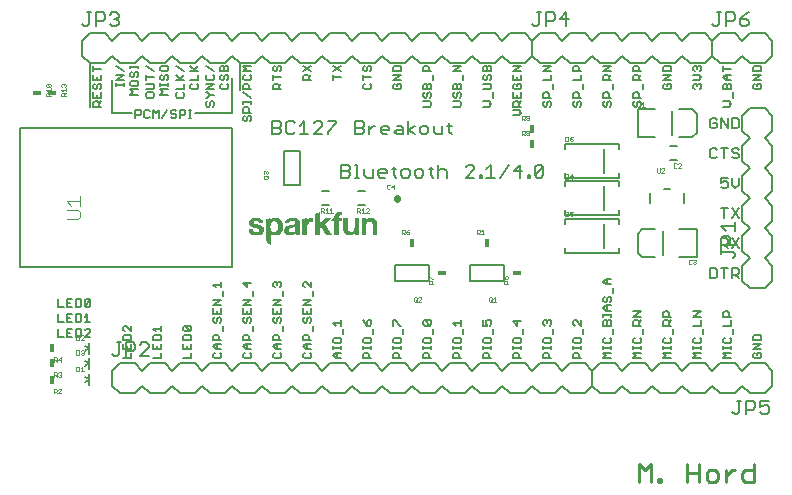
<source format=gbr>
G04 EAGLE Gerber RS-274X export*
G75*
%MOMM*%
%FSLAX34Y34*%
%LPD*%
%INSilkscreen Top*%
%IPPOS*%
%AMOC8*
5,1,8,0,0,1.08239X$1,22.5*%
G01*
%ADD10C,0.279400*%
%ADD11C,0.127000*%
%ADD12C,0.152400*%
%ADD13C,0.203200*%
%ADD14C,0.101600*%
%ADD15C,0.025400*%
%ADD16R,0.457200X0.762000*%
%ADD17R,0.762000X0.457200*%
%ADD18C,0.558800*%

G36*
X210291Y112946D02*
X210291Y112946D01*
X210293Y112946D01*
X210293Y112949D01*
X210295Y112950D01*
X210295Y123136D01*
X210686Y122647D01*
X210687Y122647D01*
X210686Y122646D01*
X211086Y122246D01*
X211087Y122246D01*
X211587Y121846D01*
X212087Y121546D01*
X212088Y121546D01*
X212088Y121545D01*
X213288Y121145D01*
X213289Y121146D01*
X213289Y121145D01*
X213889Y121045D01*
X213890Y121045D01*
X214490Y121045D01*
X215990Y121145D01*
X215991Y121146D01*
X215992Y121145D01*
X217292Y121645D01*
X217292Y121646D01*
X217293Y121646D01*
X218293Y122346D01*
X218293Y122347D01*
X218294Y122346D01*
X219194Y123246D01*
X219194Y123247D01*
X219894Y124347D01*
X219894Y124348D01*
X219895Y124348D01*
X220395Y125548D01*
X220394Y125549D01*
X220395Y125549D01*
X220595Y126949D01*
X220595Y126950D01*
X220598Y126993D01*
X220599Y127008D01*
X220603Y127062D01*
X220604Y127077D01*
X220608Y127132D01*
X220609Y127147D01*
X220613Y127201D01*
X220614Y127216D01*
X220618Y127271D01*
X220619Y127286D01*
X220623Y127341D01*
X220624Y127355D01*
X220628Y127410D01*
X220629Y127425D01*
X220633Y127480D01*
X220634Y127495D01*
X220638Y127549D01*
X220639Y127564D01*
X220643Y127619D01*
X220644Y127634D01*
X220648Y127688D01*
X220649Y127703D01*
X220653Y127758D01*
X220654Y127773D01*
X220658Y127827D01*
X220658Y127828D01*
X220659Y127842D01*
X220663Y127897D01*
X220664Y127912D01*
X220668Y127967D01*
X220669Y127982D01*
X220673Y128036D01*
X220674Y128051D01*
X220678Y128106D01*
X220679Y128121D01*
X220683Y128175D01*
X220684Y128190D01*
X220687Y128245D01*
X220688Y128245D01*
X220687Y128245D01*
X220689Y128260D01*
X220692Y128314D01*
X220694Y128329D01*
X220695Y128350D01*
X220695Y129750D01*
X220695Y129751D01*
X220395Y131151D01*
X220394Y131151D01*
X220395Y131152D01*
X219895Y132452D01*
X219894Y132452D01*
X219894Y132453D01*
X219194Y133653D01*
X219193Y133653D01*
X219194Y133654D01*
X218294Y134554D01*
X218293Y134554D01*
X217193Y135254D01*
X217192Y135254D01*
X217192Y135255D01*
X215892Y135755D01*
X215891Y135754D01*
X215891Y135755D01*
X214291Y135955D01*
X214290Y135954D01*
X214289Y135955D01*
X212489Y135655D01*
X212489Y135654D01*
X212488Y135654D01*
X211888Y135354D01*
X211887Y135354D01*
X210887Y134754D01*
X210887Y134753D01*
X210886Y134753D01*
X210486Y134253D01*
X210095Y133764D01*
X210095Y135550D01*
X210094Y135551D01*
X210091Y135555D01*
X210090Y135554D01*
X210089Y135555D01*
X209589Y135455D01*
X209189Y135355D01*
X208689Y135255D01*
X208190Y135155D01*
X207790Y135155D01*
X207789Y135155D01*
X207289Y135055D01*
X206889Y134955D01*
X206389Y134855D01*
X206386Y134851D01*
X206385Y134850D01*
X206385Y116450D01*
X206387Y116448D01*
X206386Y116446D01*
X206886Y115946D01*
X206887Y115946D01*
X207387Y115546D01*
X208286Y114646D01*
X208287Y114646D01*
X209287Y113846D01*
X209786Y113346D01*
X209787Y113346D01*
X210287Y112946D01*
X210288Y112946D01*
X210289Y112945D01*
X210291Y112946D01*
G37*
G36*
X226991Y120946D02*
X226991Y120946D01*
X226992Y120945D01*
X227291Y121045D01*
X227990Y121045D01*
X227991Y121046D01*
X227992Y121045D01*
X228291Y121145D01*
X228590Y121145D01*
X228591Y121146D01*
X228592Y121145D01*
X228891Y121245D01*
X229291Y121345D01*
X229292Y121345D01*
X229592Y121445D01*
X229592Y121446D01*
X229593Y121446D01*
X229892Y121646D01*
X230092Y121746D01*
X230093Y121746D01*
X230392Y121946D01*
X230692Y122045D01*
X230692Y122046D01*
X230693Y122046D01*
X230993Y122246D01*
X230993Y122247D01*
X230994Y122247D01*
X231194Y122547D01*
X231385Y122738D01*
X231385Y122550D01*
X231387Y122548D01*
X231386Y122546D01*
X231485Y122448D01*
X231485Y121850D01*
X231487Y121848D01*
X231486Y121846D01*
X231585Y121748D01*
X231585Y121650D01*
X231587Y121648D01*
X231586Y121646D01*
X231685Y121548D01*
X231685Y121350D01*
X231689Y121345D01*
X231690Y121345D01*
X235590Y121345D01*
X235595Y121349D01*
X235595Y121350D01*
X235595Y121450D01*
X235594Y121451D01*
X235594Y121452D01*
X235495Y121651D01*
X235495Y121750D01*
X235494Y121751D01*
X235494Y121752D01*
X235395Y121951D01*
X235395Y122050D01*
X235394Y122051D01*
X235394Y122052D01*
X235295Y122251D01*
X235295Y122650D01*
X235294Y122651D01*
X235294Y122652D01*
X235195Y122851D01*
X235195Y131850D01*
X235195Y131851D01*
X234995Y133051D01*
X234994Y133051D01*
X234994Y133052D01*
X234795Y133452D01*
X234595Y133952D01*
X234593Y133952D01*
X234594Y133954D01*
X233894Y134654D01*
X233893Y134654D01*
X233493Y134954D01*
X233492Y134954D01*
X233092Y135154D01*
X233092Y135155D01*
X232592Y135355D01*
X232591Y135354D01*
X232591Y135355D01*
X232191Y135455D01*
X231592Y135655D01*
X231591Y135655D01*
X231091Y135755D01*
X231090Y135755D01*
X230590Y135755D01*
X229991Y135855D01*
X229990Y135855D01*
X227790Y135855D01*
X227789Y135855D01*
X225989Y135555D01*
X225989Y135554D01*
X225988Y135555D01*
X224988Y135155D01*
X224988Y135154D01*
X224987Y135154D01*
X224487Y134854D01*
X223687Y134254D01*
X223686Y134254D01*
X223286Y133854D01*
X223286Y133853D01*
X222986Y133453D01*
X222686Y132953D01*
X222686Y132952D01*
X222685Y132952D01*
X222485Y132352D01*
X222485Y132351D01*
X222481Y132329D01*
X222476Y132304D01*
X222471Y132279D01*
X222466Y132255D01*
X222466Y132254D01*
X222461Y132230D01*
X222456Y132205D01*
X222451Y132180D01*
X222446Y132155D01*
X222441Y132130D01*
X222436Y132105D01*
X222431Y132081D01*
X222426Y132056D01*
X222421Y132031D01*
X222416Y132006D01*
X222411Y131981D01*
X222406Y131956D01*
X222401Y131932D01*
X222396Y131907D01*
X222391Y131882D01*
X222386Y131857D01*
X222385Y131851D01*
X222285Y131151D01*
X222285Y131150D01*
X222289Y131145D01*
X222289Y131146D01*
X222290Y131145D01*
X226190Y131145D01*
X226195Y131149D01*
X226195Y131150D01*
X226195Y131449D01*
X226294Y131648D01*
X226294Y131649D01*
X226295Y131650D01*
X226295Y131949D01*
X226494Y132347D01*
X227093Y132946D01*
X227491Y133145D01*
X227690Y133145D01*
X227691Y133146D01*
X227692Y133145D01*
X227991Y133245D01*
X228490Y133245D01*
X228491Y133246D01*
X228492Y133245D01*
X228790Y133345D01*
X228988Y133246D01*
X228989Y133246D01*
X228990Y133245D01*
X229689Y133245D01*
X229888Y133146D01*
X229889Y133146D01*
X229890Y133145D01*
X230089Y133145D01*
X230687Y132846D01*
X230986Y132547D01*
X231185Y132149D01*
X231185Y131950D01*
X231186Y131949D01*
X231185Y131948D01*
X231285Y131649D01*
X231285Y131351D01*
X231282Y131335D01*
X231277Y131310D01*
X231272Y131286D01*
X231267Y131261D01*
X231262Y131236D01*
X231257Y131211D01*
X231252Y131186D01*
X231247Y131161D01*
X231242Y131137D01*
X231237Y131112D01*
X231232Y131087D01*
X231227Y131062D01*
X231222Y131037D01*
X231217Y131012D01*
X231212Y130988D01*
X231212Y130987D01*
X231207Y130963D01*
X231203Y130938D01*
X231202Y130938D01*
X231198Y130913D01*
X231193Y130888D01*
X231188Y130863D01*
X231185Y130852D01*
X230886Y130454D01*
X230488Y130154D01*
X229889Y129955D01*
X229189Y129855D01*
X228389Y129755D01*
X227489Y129655D01*
X226589Y129455D01*
X225789Y129355D01*
X224889Y129155D01*
X224889Y129154D01*
X224888Y129155D01*
X224088Y128855D01*
X224088Y128854D01*
X223388Y128454D01*
X223387Y128453D01*
X223386Y128454D01*
X222786Y127854D01*
X222786Y127853D01*
X222286Y127153D01*
X222286Y127152D01*
X222285Y127152D01*
X221985Y126252D01*
X221986Y126251D01*
X221985Y126250D01*
X221885Y125150D01*
X221885Y124650D01*
X221885Y124649D01*
X221985Y124149D01*
X222185Y123349D01*
X222186Y123348D01*
X222386Y122948D01*
X222386Y122947D01*
X222686Y122547D01*
X222687Y122547D01*
X222686Y122546D01*
X223286Y121946D01*
X223287Y121946D01*
X223587Y121746D01*
X223588Y121746D01*
X224388Y121346D01*
X224389Y121346D01*
X224389Y121345D01*
X224788Y121245D01*
X225188Y121046D01*
X225189Y121046D01*
X225190Y121045D01*
X225690Y121045D01*
X226189Y120945D01*
X226190Y120945D01*
X226990Y120945D01*
X226991Y120946D01*
G37*
G36*
X251795Y121349D02*
X251795Y121349D01*
X251795Y121350D01*
X251795Y126248D01*
X253289Y127742D01*
X257186Y121347D01*
X257189Y121346D01*
X257190Y121345D01*
X261890Y121345D01*
X261891Y121346D01*
X261892Y121346D01*
X261893Y121347D01*
X261895Y121349D01*
X261894Y121351D01*
X261894Y121353D01*
X255996Y130349D01*
X261294Y135546D01*
X261294Y135548D01*
X261295Y135549D01*
X261294Y135551D01*
X261294Y135553D01*
X261292Y135553D01*
X261290Y135555D01*
X256690Y135555D01*
X256688Y135553D01*
X256686Y135553D01*
X251795Y130462D01*
X251795Y140950D01*
X251794Y140951D01*
X251795Y140952D01*
X251793Y140953D01*
X251791Y140955D01*
X251789Y140954D01*
X251788Y140954D01*
X247988Y138754D01*
X247987Y138752D01*
X247986Y138751D01*
X247985Y138750D01*
X247985Y121350D01*
X247989Y121345D01*
X247990Y121345D01*
X251790Y121345D01*
X251795Y121349D01*
G37*
G36*
X291195Y121349D02*
X291195Y121349D01*
X291195Y121350D01*
X291195Y129749D01*
X291395Y130649D01*
X291595Y131348D01*
X291894Y131847D01*
X292293Y132346D01*
X292792Y132645D01*
X293491Y132745D01*
X294190Y132845D01*
X294789Y132745D01*
X295388Y132645D01*
X295786Y132346D01*
X296086Y131947D01*
X296385Y131448D01*
X296585Y130849D01*
X296685Y130150D01*
X296685Y121350D01*
X296689Y121345D01*
X296690Y121345D01*
X300590Y121345D01*
X300595Y121349D01*
X300595Y121350D01*
X300595Y130050D01*
X300495Y131350D01*
X300395Y132450D01*
X300394Y132451D01*
X300395Y132452D01*
X299995Y133452D01*
X299994Y133452D01*
X299494Y134352D01*
X299493Y134353D01*
X299494Y134354D01*
X298894Y134954D01*
X298893Y134954D01*
X298892Y134954D01*
X297992Y135454D01*
X297991Y135455D01*
X296791Y135755D01*
X295391Y135955D01*
X295390Y135954D01*
X295389Y135955D01*
X294189Y135755D01*
X294189Y135754D01*
X294188Y135755D01*
X292988Y135355D01*
X292988Y135354D01*
X292987Y135354D01*
X292487Y135054D01*
X291887Y134654D01*
X291887Y134653D01*
X291886Y134653D01*
X291486Y134153D01*
X291087Y133555D01*
X290995Y133555D01*
X290995Y135550D01*
X290991Y135555D01*
X290990Y135555D01*
X287390Y135555D01*
X287385Y135551D01*
X287385Y135550D01*
X287285Y133750D01*
X287285Y121350D01*
X287289Y121345D01*
X287290Y121345D01*
X291190Y121345D01*
X291195Y121349D01*
G37*
G36*
X277791Y121045D02*
X277791Y121045D01*
X278391Y121145D01*
X278391Y121146D01*
X278392Y121145D01*
X279592Y121545D01*
X279592Y121546D01*
X279593Y121546D01*
X280093Y121846D01*
X280093Y121847D01*
X280094Y121846D01*
X280593Y122346D01*
X281093Y122746D01*
X281093Y122747D01*
X281094Y122747D01*
X281485Y123334D01*
X281485Y121350D01*
X281489Y121345D01*
X281490Y121345D01*
X285190Y121345D01*
X285195Y121349D01*
X285195Y121350D01*
X285195Y135550D01*
X285191Y135555D01*
X285190Y135555D01*
X281390Y135555D01*
X281385Y135551D01*
X281385Y135550D01*
X281385Y128151D01*
X281285Y127151D01*
X281185Y126251D01*
X280985Y125552D01*
X280686Y125053D01*
X280187Y124554D01*
X279688Y124255D01*
X279089Y124155D01*
X278390Y124055D01*
X277691Y124155D01*
X277192Y124255D01*
X276793Y124554D01*
X276394Y124953D01*
X276195Y125452D01*
X275995Y126051D01*
X275895Y126750D01*
X275895Y135550D01*
X275891Y135555D01*
X275890Y135555D01*
X271990Y135555D01*
X271985Y135551D01*
X271985Y135550D01*
X271985Y125550D01*
X271985Y125549D01*
X272185Y124449D01*
X272485Y123449D01*
X272486Y123448D01*
X272986Y122548D01*
X272987Y122547D01*
X272987Y122546D01*
X273687Y121946D01*
X273688Y121946D01*
X274588Y121446D01*
X274589Y121445D01*
X275689Y121145D01*
X277089Y120945D01*
X277090Y120946D01*
X277091Y120945D01*
X277791Y121045D01*
G37*
G36*
X199490Y121045D02*
X199490Y121045D01*
X199491Y121045D01*
X200691Y121245D01*
X200691Y121246D01*
X200692Y121245D01*
X201792Y121645D01*
X201792Y121646D01*
X202792Y122146D01*
X202793Y122146D01*
X203593Y122746D01*
X203593Y122747D01*
X203594Y122747D01*
X204194Y123647D01*
X204194Y123648D01*
X204694Y124648D01*
X204694Y124649D01*
X204695Y124650D01*
X204697Y124681D01*
X204697Y124682D01*
X204702Y124746D01*
X204707Y124811D01*
X204712Y124875D01*
X204717Y124940D01*
X204722Y125004D01*
X204722Y125005D01*
X204727Y125069D01*
X204732Y125134D01*
X204737Y125198D01*
X204742Y125263D01*
X204747Y125327D01*
X204752Y125392D01*
X204757Y125457D01*
X204762Y125521D01*
X204767Y125586D01*
X204772Y125650D01*
X204777Y125715D01*
X204782Y125780D01*
X204787Y125844D01*
X204792Y125909D01*
X204795Y125950D01*
X204795Y125951D01*
X204695Y126851D01*
X204694Y126851D01*
X204695Y126852D01*
X204395Y127652D01*
X204394Y127652D01*
X204394Y127653D01*
X203994Y128253D01*
X203993Y128253D01*
X203993Y128254D01*
X203393Y128754D01*
X203392Y128754D01*
X202692Y129154D01*
X202692Y129155D01*
X201992Y129455D01*
X201192Y129755D01*
X201191Y129755D01*
X200291Y129955D01*
X199491Y130155D01*
X198691Y130255D01*
X197991Y130455D01*
X197291Y130655D01*
X196692Y130854D01*
X196294Y131154D01*
X195995Y131552D01*
X195895Y132050D01*
X195995Y132449D01*
X196094Y132747D01*
X196393Y132946D01*
X196692Y133146D01*
X196991Y133245D01*
X197390Y133245D01*
X197391Y133246D01*
X197392Y133245D01*
X197691Y133345D01*
X198590Y133345D01*
X199089Y133245D01*
X199488Y133145D01*
X199887Y132946D01*
X200486Y132347D01*
X200585Y131949D01*
X200685Y131449D01*
X200689Y131446D01*
X200690Y131445D01*
X204390Y131445D01*
X204391Y131446D01*
X204395Y131449D01*
X204394Y131450D01*
X204395Y131451D01*
X204195Y132551D01*
X204194Y132551D01*
X204195Y132552D01*
X203795Y133552D01*
X203794Y133552D01*
X203794Y133553D01*
X203094Y134353D01*
X203093Y134353D01*
X203093Y134354D01*
X202293Y134954D01*
X202292Y134954D01*
X201392Y135454D01*
X201391Y135455D01*
X200391Y135755D01*
X200390Y135755D01*
X198190Y135955D01*
X196990Y135855D01*
X195890Y135755D01*
X195889Y135754D01*
X195889Y135755D01*
X194889Y135455D01*
X194888Y135454D01*
X193988Y134954D01*
X193987Y134954D01*
X193187Y134354D01*
X193187Y134353D01*
X193186Y134353D01*
X192586Y133653D01*
X192586Y133652D01*
X192585Y133652D01*
X192185Y132652D01*
X192186Y132651D01*
X192185Y132651D01*
X191985Y131351D01*
X191986Y131350D01*
X191985Y131349D01*
X192085Y130549D01*
X192086Y130549D01*
X192085Y130548D01*
X192385Y129748D01*
X192387Y129748D01*
X192386Y129746D01*
X193386Y128746D01*
X193387Y128746D01*
X193388Y128746D01*
X194088Y128346D01*
X194088Y128345D01*
X194888Y128045D01*
X194889Y128045D01*
X195689Y127845D01*
X196488Y127545D01*
X196489Y127546D01*
X196489Y127545D01*
X197489Y127345D01*
X198389Y127145D01*
X199089Y126945D01*
X199788Y126745D01*
X200287Y126446D01*
X200586Y126147D01*
X200785Y125848D01*
X200885Y125449D01*
X200885Y124951D01*
X200686Y124553D01*
X200087Y123955D01*
X199689Y123855D01*
X199689Y123854D01*
X199688Y123855D01*
X199189Y123655D01*
X198790Y123655D01*
X198789Y123654D01*
X198789Y123655D01*
X198390Y123555D01*
X197791Y123655D01*
X197291Y123755D01*
X196792Y123955D01*
X196293Y124154D01*
X195894Y124453D01*
X195695Y124952D01*
X195694Y124952D01*
X195495Y125352D01*
X195395Y125951D01*
X195391Y125954D01*
X195390Y125955D01*
X191690Y125955D01*
X191689Y125954D01*
X191685Y125951D01*
X191686Y125950D01*
X191685Y125950D01*
X191685Y125949D01*
X191885Y124749D01*
X191886Y124749D01*
X191885Y124748D01*
X192285Y123648D01*
X192286Y123648D01*
X192286Y123647D01*
X192986Y122747D01*
X192987Y122747D01*
X192987Y122746D01*
X193787Y122146D01*
X193788Y122146D01*
X194788Y121646D01*
X194788Y121645D01*
X195888Y121245D01*
X195889Y121246D01*
X195889Y121245D01*
X197089Y121045D01*
X197090Y121045D01*
X199490Y121045D01*
X199490Y121045D01*
G37*
G36*
X268195Y121349D02*
X268195Y121349D01*
X268195Y121350D01*
X268195Y132945D01*
X270890Y132945D01*
X270895Y132949D01*
X270895Y132950D01*
X270895Y135550D01*
X270891Y135555D01*
X270890Y135555D01*
X268195Y135555D01*
X268195Y136749D01*
X268295Y137148D01*
X268394Y137348D01*
X268395Y137348D01*
X268494Y137646D01*
X268692Y137745D01*
X269291Y137945D01*
X271090Y137945D01*
X271095Y137949D01*
X271095Y137950D01*
X271095Y140850D01*
X271091Y140855D01*
X271090Y140855D01*
X270091Y140855D01*
X269792Y140955D01*
X269791Y140954D01*
X269790Y140955D01*
X268990Y140955D01*
X267890Y140855D01*
X267889Y140854D01*
X267889Y140855D01*
X266889Y140555D01*
X266888Y140555D01*
X266088Y140255D01*
X266088Y140253D01*
X266086Y140254D01*
X265486Y139654D01*
X265486Y139653D01*
X264986Y139053D01*
X264986Y139052D01*
X264586Y138352D01*
X264585Y138351D01*
X264385Y137551D01*
X264285Y136651D01*
X264285Y136650D01*
X264285Y135555D01*
X263090Y135555D01*
X263088Y135553D01*
X263086Y135553D01*
X262786Y135154D01*
X262387Y134854D01*
X262386Y134854D01*
X261786Y134254D01*
X261786Y134253D01*
X261486Y133854D01*
X261087Y133554D01*
X261086Y133554D01*
X260486Y132954D01*
X260486Y132952D01*
X260485Y132951D01*
X260486Y132949D01*
X260486Y132947D01*
X260488Y132947D01*
X260490Y132945D01*
X264285Y132945D01*
X264285Y121350D01*
X264289Y121345D01*
X264290Y121345D01*
X268190Y121345D01*
X268195Y121349D01*
G37*
G36*
X241195Y121349D02*
X241195Y121349D01*
X241195Y121350D01*
X241195Y128649D01*
X241395Y129548D01*
X241695Y130248D01*
X241994Y130947D01*
X242593Y131546D01*
X243192Y131945D01*
X243991Y132145D01*
X244991Y132245D01*
X246089Y132245D01*
X246288Y132146D01*
X246289Y132146D01*
X246290Y132145D01*
X246390Y132145D01*
X246395Y132149D01*
X246395Y132150D01*
X246395Y135750D01*
X246393Y135752D01*
X246394Y135754D01*
X246294Y135854D01*
X246291Y135854D01*
X246290Y135855D01*
X244890Y135855D01*
X244889Y135854D01*
X244889Y135855D01*
X243489Y135455D01*
X243488Y135454D01*
X243487Y135454D01*
X242287Y134654D01*
X242286Y134654D01*
X241786Y134154D01*
X241786Y134153D01*
X241386Y133553D01*
X241386Y133552D01*
X241385Y133552D01*
X241087Y132855D01*
X240995Y132855D01*
X240995Y135550D01*
X240995Y135551D01*
X240994Y135551D01*
X240991Y135555D01*
X240990Y135554D01*
X240989Y135555D01*
X240589Y135455D01*
X240089Y135355D01*
X239689Y135255D01*
X239190Y135155D01*
X238690Y135155D01*
X238689Y135154D01*
X238689Y135155D01*
X238289Y135055D01*
X237789Y134955D01*
X237289Y134855D01*
X237287Y134852D01*
X237285Y134851D01*
X237286Y134850D01*
X237285Y134850D01*
X237285Y121350D01*
X237289Y121345D01*
X237290Y121345D01*
X241190Y121345D01*
X241195Y121349D01*
G37*
%LPC*%
G36*
X212591Y124055D02*
X212591Y124055D01*
X211892Y124354D01*
X211294Y124754D01*
X210894Y125353D01*
X210495Y125952D01*
X210295Y126751D01*
X210095Y127551D01*
X210095Y129249D01*
X210295Y130049D01*
X210495Y130848D01*
X210794Y131547D01*
X211293Y132146D01*
X211892Y132546D01*
X212591Y132845D01*
X213490Y132945D01*
X214289Y132845D01*
X214988Y132546D01*
X215587Y132146D01*
X216086Y131547D01*
X216385Y130848D01*
X216685Y130049D01*
X216785Y129249D01*
X216885Y128450D01*
X216785Y127551D01*
X216784Y127541D01*
X216783Y127536D01*
X216783Y127531D01*
X216779Y127501D01*
X216778Y127496D01*
X216778Y127491D01*
X216774Y127461D01*
X216773Y127456D01*
X216773Y127451D01*
X216769Y127421D01*
X216768Y127416D01*
X216768Y127411D01*
X216764Y127382D01*
X216763Y127377D01*
X216763Y127372D01*
X216759Y127342D01*
X216758Y127337D01*
X216758Y127332D01*
X216754Y127302D01*
X216753Y127297D01*
X216753Y127292D01*
X216749Y127262D01*
X216748Y127257D01*
X216748Y127252D01*
X216744Y127223D01*
X216743Y127218D01*
X216743Y127213D01*
X216739Y127183D01*
X216738Y127178D01*
X216738Y127173D01*
X216734Y127143D01*
X216734Y127138D01*
X216733Y127138D01*
X216734Y127138D01*
X216733Y127133D01*
X216729Y127103D01*
X216729Y127098D01*
X216728Y127093D01*
X216724Y127064D01*
X216724Y127059D01*
X216723Y127054D01*
X216719Y127024D01*
X216719Y127019D01*
X216718Y127014D01*
X216714Y126984D01*
X216714Y126979D01*
X216713Y126974D01*
X216709Y126944D01*
X216709Y126939D01*
X216708Y126934D01*
X216704Y126905D01*
X216704Y126900D01*
X216703Y126895D01*
X216699Y126865D01*
X216699Y126860D01*
X216698Y126855D01*
X216694Y126825D01*
X216694Y126820D01*
X216693Y126815D01*
X216689Y126785D01*
X216689Y126780D01*
X216688Y126775D01*
X216685Y126751D01*
X216485Y125952D01*
X215686Y124754D01*
X215088Y124354D01*
X214389Y124055D01*
X213490Y123955D01*
X212591Y124055D01*
G37*
%LPD*%
%LPC*%
G36*
X227191Y123655D02*
X227191Y123655D01*
X226992Y123754D01*
X226991Y123754D01*
X226990Y123755D01*
X226791Y123755D01*
X226593Y123854D01*
X226494Y123954D01*
X226492Y123954D01*
X226293Y124054D01*
X225994Y124353D01*
X225895Y124551D01*
X225895Y124650D01*
X225894Y124651D01*
X225895Y124652D01*
X225795Y124951D01*
X225795Y125150D01*
X225794Y125151D01*
X225794Y125152D01*
X225695Y125350D01*
X225795Y125648D01*
X225794Y125649D01*
X225795Y125650D01*
X225795Y126049D01*
X225994Y126447D01*
X226393Y126846D01*
X227391Y127345D01*
X227590Y127345D01*
X227591Y127346D01*
X227592Y127346D01*
X227791Y127445D01*
X227990Y127445D01*
X227991Y127446D01*
X227992Y127445D01*
X228291Y127545D01*
X228690Y127545D01*
X228691Y127546D01*
X228692Y127545D01*
X228991Y127645D01*
X229390Y127645D01*
X229391Y127646D01*
X229392Y127646D01*
X229591Y127745D01*
X230090Y127745D01*
X230091Y127746D01*
X230092Y127746D01*
X230491Y127945D01*
X230690Y127945D01*
X230692Y127947D01*
X230694Y127946D01*
X230793Y128046D01*
X230992Y128146D01*
X230993Y128147D01*
X230994Y128146D01*
X231093Y128246D01*
X231285Y128342D01*
X231285Y126451D01*
X231186Y126252D01*
X231186Y126251D01*
X231185Y126250D01*
X231185Y125951D01*
X231086Y125752D01*
X231086Y125751D01*
X231085Y125750D01*
X231085Y125451D01*
X230986Y125153D01*
X230786Y124954D01*
X230786Y124952D01*
X230785Y124952D01*
X230686Y124653D01*
X230187Y124154D01*
X229888Y123955D01*
X229489Y123855D01*
X228689Y123655D01*
X227191Y123655D01*
G37*
%LPD*%
D10*
X522097Y-87503D02*
X522097Y-72504D01*
X527097Y-77504D01*
X532096Y-72504D01*
X532096Y-87503D01*
X538469Y-87503D02*
X538469Y-85003D01*
X540968Y-85003D01*
X540968Y-87503D01*
X538469Y-87503D01*
X563026Y-87503D02*
X563026Y-72504D01*
X563026Y-80004D02*
X573025Y-80004D01*
X573025Y-87503D02*
X573025Y-72504D01*
X581897Y-87503D02*
X586897Y-87503D01*
X589397Y-85003D01*
X589397Y-80004D01*
X586897Y-77504D01*
X581897Y-77504D01*
X579397Y-80004D01*
X579397Y-85003D01*
X581897Y-87503D01*
X595769Y-87503D02*
X595769Y-77504D01*
X595769Y-82503D02*
X600769Y-77504D01*
X603268Y-77504D01*
X619411Y-72504D02*
X619411Y-87503D01*
X611912Y-87503D01*
X609412Y-85003D01*
X609412Y-80004D01*
X611912Y-77504D01*
X619411Y-77504D01*
D11*
X92329Y17145D02*
X85465Y17145D01*
X92329Y17145D02*
X92329Y21721D01*
X85465Y24629D02*
X85465Y29205D01*
X85465Y24629D02*
X92329Y24629D01*
X92329Y29205D01*
X88897Y26917D02*
X88897Y24629D01*
X85465Y32113D02*
X92329Y32113D01*
X92329Y35545D01*
X91185Y36689D01*
X86609Y36689D01*
X85465Y35545D01*
X85465Y32113D01*
X92329Y39597D02*
X92329Y44173D01*
X92329Y39597D02*
X87753Y44173D01*
X86609Y44173D01*
X85465Y43029D01*
X85465Y40741D01*
X86609Y39597D01*
X110865Y17145D02*
X117729Y17145D01*
X117729Y21721D01*
X110865Y24629D02*
X110865Y29205D01*
X110865Y24629D02*
X117729Y24629D01*
X117729Y29205D01*
X114297Y26917D02*
X114297Y24629D01*
X110865Y32113D02*
X117729Y32113D01*
X117729Y35545D01*
X116585Y36689D01*
X112009Y36689D01*
X110865Y35545D01*
X110865Y32113D01*
X113153Y39597D02*
X110865Y41885D01*
X117729Y41885D01*
X117729Y39597D02*
X117729Y44173D01*
X136265Y17145D02*
X143129Y17145D01*
X143129Y21721D01*
X136265Y24629D02*
X136265Y29205D01*
X136265Y24629D02*
X143129Y24629D01*
X143129Y29205D01*
X139697Y26917D02*
X139697Y24629D01*
X136265Y32113D02*
X143129Y32113D01*
X143129Y35545D01*
X141985Y36689D01*
X137409Y36689D01*
X136265Y35545D01*
X136265Y32113D01*
X137409Y39597D02*
X141985Y39597D01*
X137409Y39597D02*
X136265Y40741D01*
X136265Y43029D01*
X137409Y44173D01*
X141985Y44173D01*
X143129Y43029D01*
X143129Y40741D01*
X141985Y39597D01*
X137409Y44173D01*
X161665Y20577D02*
X162809Y21721D01*
X161665Y20577D02*
X161665Y18289D01*
X162809Y17145D01*
X167385Y17145D01*
X168529Y18289D01*
X168529Y20577D01*
X167385Y21721D01*
X168529Y24629D02*
X163953Y24629D01*
X161665Y26917D01*
X163953Y29205D01*
X168529Y29205D01*
X165097Y29205D02*
X165097Y24629D01*
X168529Y32113D02*
X161665Y32113D01*
X161665Y35545D01*
X162809Y36689D01*
X165097Y36689D01*
X166241Y35545D01*
X166241Y32113D01*
X169673Y39597D02*
X169673Y44173D01*
X162809Y51658D02*
X161665Y50514D01*
X161665Y48226D01*
X162809Y47082D01*
X163953Y47082D01*
X165097Y48226D01*
X165097Y50514D01*
X166241Y51658D01*
X167385Y51658D01*
X168529Y50514D01*
X168529Y48226D01*
X167385Y47082D01*
X161665Y54566D02*
X161665Y59142D01*
X161665Y54566D02*
X168529Y54566D01*
X168529Y59142D01*
X165097Y56854D02*
X165097Y54566D01*
X168529Y62050D02*
X161665Y62050D01*
X168529Y66626D01*
X161665Y66626D01*
X169673Y69534D02*
X169673Y74110D01*
X163953Y77018D02*
X161665Y79306D01*
X168529Y79306D01*
X168529Y77018D02*
X168529Y81594D01*
X188209Y21721D02*
X187065Y20577D01*
X187065Y18289D01*
X188209Y17145D01*
X192785Y17145D01*
X193929Y18289D01*
X193929Y20577D01*
X192785Y21721D01*
X193929Y24629D02*
X189353Y24629D01*
X187065Y26917D01*
X189353Y29205D01*
X193929Y29205D01*
X190497Y29205D02*
X190497Y24629D01*
X193929Y32113D02*
X187065Y32113D01*
X187065Y35545D01*
X188209Y36689D01*
X190497Y36689D01*
X191641Y35545D01*
X191641Y32113D01*
X195073Y39597D02*
X195073Y44173D01*
X188209Y51658D02*
X187065Y50514D01*
X187065Y48226D01*
X188209Y47082D01*
X189353Y47082D01*
X190497Y48226D01*
X190497Y50514D01*
X191641Y51658D01*
X192785Y51658D01*
X193929Y50514D01*
X193929Y48226D01*
X192785Y47082D01*
X187065Y54566D02*
X187065Y59142D01*
X187065Y54566D02*
X193929Y54566D01*
X193929Y59142D01*
X190497Y56854D02*
X190497Y54566D01*
X193929Y62050D02*
X187065Y62050D01*
X193929Y66626D01*
X187065Y66626D01*
X195073Y69534D02*
X195073Y74110D01*
X193929Y80450D02*
X187065Y80450D01*
X190497Y77018D01*
X190497Y81594D01*
X213609Y21721D02*
X212465Y20577D01*
X212465Y18289D01*
X213609Y17145D01*
X218185Y17145D01*
X219329Y18289D01*
X219329Y20577D01*
X218185Y21721D01*
X219329Y24629D02*
X214753Y24629D01*
X212465Y26917D01*
X214753Y29205D01*
X219329Y29205D01*
X215897Y29205D02*
X215897Y24629D01*
X219329Y32113D02*
X212465Y32113D01*
X212465Y35545D01*
X213609Y36689D01*
X215897Y36689D01*
X217041Y35545D01*
X217041Y32113D01*
X220473Y39597D02*
X220473Y44173D01*
X213609Y51658D02*
X212465Y50514D01*
X212465Y48226D01*
X213609Y47082D01*
X214753Y47082D01*
X215897Y48226D01*
X215897Y50514D01*
X217041Y51658D01*
X218185Y51658D01*
X219329Y50514D01*
X219329Y48226D01*
X218185Y47082D01*
X212465Y54566D02*
X212465Y59142D01*
X212465Y54566D02*
X219329Y54566D01*
X219329Y59142D01*
X215897Y56854D02*
X215897Y54566D01*
X219329Y62050D02*
X212465Y62050D01*
X219329Y66626D01*
X212465Y66626D01*
X220473Y69534D02*
X220473Y74110D01*
X213609Y77018D02*
X212465Y78162D01*
X212465Y80450D01*
X213609Y81594D01*
X214753Y81594D01*
X215897Y80450D01*
X215897Y79306D01*
X215897Y80450D02*
X217041Y81594D01*
X218185Y81594D01*
X219329Y80450D01*
X219329Y78162D01*
X218185Y77018D01*
X239009Y21721D02*
X237865Y20577D01*
X237865Y18289D01*
X239009Y17145D01*
X243585Y17145D01*
X244729Y18289D01*
X244729Y20577D01*
X243585Y21721D01*
X244729Y24629D02*
X240153Y24629D01*
X237865Y26917D01*
X240153Y29205D01*
X244729Y29205D01*
X241297Y29205D02*
X241297Y24629D01*
X244729Y32113D02*
X237865Y32113D01*
X237865Y35545D01*
X239009Y36689D01*
X241297Y36689D01*
X242441Y35545D01*
X242441Y32113D01*
X245873Y39597D02*
X245873Y44173D01*
X239009Y51658D02*
X237865Y50514D01*
X237865Y48226D01*
X239009Y47082D01*
X240153Y47082D01*
X241297Y48226D01*
X241297Y50514D01*
X242441Y51658D01*
X243585Y51658D01*
X244729Y50514D01*
X244729Y48226D01*
X243585Y47082D01*
X237865Y54566D02*
X237865Y59142D01*
X237865Y54566D02*
X244729Y54566D01*
X244729Y59142D01*
X241297Y56854D02*
X241297Y54566D01*
X244729Y62050D02*
X237865Y62050D01*
X244729Y66626D01*
X237865Y66626D01*
X245873Y69534D02*
X245873Y74110D01*
X244729Y77018D02*
X244729Y81594D01*
X244729Y77018D02*
X240153Y81594D01*
X239009Y81594D01*
X237865Y80450D01*
X237865Y78162D01*
X239009Y77018D01*
X265553Y17145D02*
X270129Y17145D01*
X265553Y17145D02*
X263265Y19433D01*
X265553Y21721D01*
X270129Y21721D01*
X266697Y21721D02*
X266697Y17145D01*
X270129Y24629D02*
X270129Y26917D01*
X270129Y25773D02*
X263265Y25773D01*
X263265Y24629D02*
X263265Y26917D01*
X263265Y30763D02*
X263265Y33051D01*
X263265Y30763D02*
X264409Y29619D01*
X268985Y29619D01*
X270129Y30763D01*
X270129Y33051D01*
X268985Y34195D01*
X264409Y34195D01*
X263265Y33051D01*
X271273Y37103D02*
X271273Y41679D01*
X265553Y44587D02*
X263265Y46875D01*
X270129Y46875D01*
X270129Y44587D02*
X270129Y49163D01*
X288665Y17145D02*
X295529Y17145D01*
X288665Y17145D02*
X288665Y20577D01*
X289809Y21721D01*
X292097Y21721D01*
X293241Y20577D01*
X293241Y17145D01*
X295529Y24629D02*
X295529Y26917D01*
X295529Y25773D02*
X288665Y25773D01*
X288665Y24629D02*
X288665Y26917D01*
X288665Y30763D02*
X288665Y33051D01*
X288665Y30763D02*
X289809Y29619D01*
X294385Y29619D01*
X295529Y30763D01*
X295529Y33051D01*
X294385Y34195D01*
X289809Y34195D01*
X288665Y33051D01*
X296673Y37103D02*
X296673Y41679D01*
X289809Y46875D02*
X288665Y49163D01*
X289809Y46875D02*
X292097Y44587D01*
X294385Y44587D01*
X295529Y45731D01*
X295529Y48019D01*
X294385Y49163D01*
X293241Y49163D01*
X292097Y48019D01*
X292097Y44587D01*
X314065Y17145D02*
X320929Y17145D01*
X314065Y17145D02*
X314065Y20577D01*
X315209Y21721D01*
X317497Y21721D01*
X318641Y20577D01*
X318641Y17145D01*
X320929Y24629D02*
X320929Y26917D01*
X320929Y25773D02*
X314065Y25773D01*
X314065Y24629D02*
X314065Y26917D01*
X314065Y30763D02*
X314065Y33051D01*
X314065Y30763D02*
X315209Y29619D01*
X319785Y29619D01*
X320929Y30763D01*
X320929Y33051D01*
X319785Y34195D01*
X315209Y34195D01*
X314065Y33051D01*
X322073Y37103D02*
X322073Y41679D01*
X314065Y44587D02*
X314065Y49163D01*
X315209Y49163D01*
X319785Y44587D01*
X320929Y44587D01*
X339465Y17145D02*
X346329Y17145D01*
X339465Y17145D02*
X339465Y20577D01*
X340609Y21721D01*
X342897Y21721D01*
X344041Y20577D01*
X344041Y17145D01*
X346329Y24629D02*
X346329Y26917D01*
X346329Y25773D02*
X339465Y25773D01*
X339465Y24629D02*
X339465Y26917D01*
X339465Y30763D02*
X339465Y33051D01*
X339465Y30763D02*
X340609Y29619D01*
X345185Y29619D01*
X346329Y30763D01*
X346329Y33051D01*
X345185Y34195D01*
X340609Y34195D01*
X339465Y33051D01*
X347473Y37103D02*
X347473Y41679D01*
X345185Y44587D02*
X340609Y44587D01*
X339465Y45731D01*
X339465Y48019D01*
X340609Y49163D01*
X345185Y49163D01*
X346329Y48019D01*
X346329Y45731D01*
X345185Y44587D01*
X340609Y49163D01*
X364865Y17145D02*
X371729Y17145D01*
X364865Y17145D02*
X364865Y20577D01*
X366009Y21721D01*
X368297Y21721D01*
X369441Y20577D01*
X369441Y17145D01*
X371729Y24629D02*
X371729Y26917D01*
X371729Y25773D02*
X364865Y25773D01*
X364865Y24629D02*
X364865Y26917D01*
X364865Y30763D02*
X364865Y33051D01*
X364865Y30763D02*
X366009Y29619D01*
X370585Y29619D01*
X371729Y30763D01*
X371729Y33051D01*
X370585Y34195D01*
X366009Y34195D01*
X364865Y33051D01*
X372873Y37103D02*
X372873Y41679D01*
X367153Y44587D02*
X364865Y46875D01*
X371729Y46875D01*
X371729Y44587D02*
X371729Y49163D01*
X390265Y17145D02*
X397129Y17145D01*
X390265Y17145D02*
X390265Y20577D01*
X391409Y21721D01*
X393697Y21721D01*
X394841Y20577D01*
X394841Y17145D01*
X397129Y24629D02*
X397129Y26917D01*
X397129Y25773D02*
X390265Y25773D01*
X390265Y24629D02*
X390265Y26917D01*
X390265Y30763D02*
X390265Y33051D01*
X390265Y30763D02*
X391409Y29619D01*
X395985Y29619D01*
X397129Y30763D01*
X397129Y33051D01*
X395985Y34195D01*
X391409Y34195D01*
X390265Y33051D01*
X398273Y37103D02*
X398273Y41679D01*
X390265Y44587D02*
X390265Y49163D01*
X390265Y44587D02*
X393697Y44587D01*
X392553Y46875D01*
X392553Y48019D01*
X393697Y49163D01*
X395985Y49163D01*
X397129Y48019D01*
X397129Y45731D01*
X395985Y44587D01*
X415665Y17145D02*
X422529Y17145D01*
X415665Y17145D02*
X415665Y20577D01*
X416809Y21721D01*
X419097Y21721D01*
X420241Y20577D01*
X420241Y17145D01*
X422529Y24629D02*
X422529Y26917D01*
X422529Y25773D02*
X415665Y25773D01*
X415665Y24629D02*
X415665Y26917D01*
X415665Y30763D02*
X415665Y33051D01*
X415665Y30763D02*
X416809Y29619D01*
X421385Y29619D01*
X422529Y30763D01*
X422529Y33051D01*
X421385Y34195D01*
X416809Y34195D01*
X415665Y33051D01*
X423673Y37103D02*
X423673Y41679D01*
X422529Y48019D02*
X415665Y48019D01*
X419097Y44587D01*
X419097Y49163D01*
X441065Y17145D02*
X447929Y17145D01*
X441065Y17145D02*
X441065Y20577D01*
X442209Y21721D01*
X444497Y21721D01*
X445641Y20577D01*
X445641Y17145D01*
X447929Y24629D02*
X447929Y26917D01*
X447929Y25773D02*
X441065Y25773D01*
X441065Y24629D02*
X441065Y26917D01*
X441065Y30763D02*
X441065Y33051D01*
X441065Y30763D02*
X442209Y29619D01*
X446785Y29619D01*
X447929Y30763D01*
X447929Y33051D01*
X446785Y34195D01*
X442209Y34195D01*
X441065Y33051D01*
X449073Y37103D02*
X449073Y41679D01*
X442209Y44587D02*
X441065Y45731D01*
X441065Y48019D01*
X442209Y49163D01*
X443353Y49163D01*
X444497Y48019D01*
X444497Y46875D01*
X444497Y48019D02*
X445641Y49163D01*
X446785Y49163D01*
X447929Y48019D01*
X447929Y45731D01*
X446785Y44587D01*
X466465Y17145D02*
X473329Y17145D01*
X466465Y17145D02*
X466465Y20577D01*
X467609Y21721D01*
X469897Y21721D01*
X471041Y20577D01*
X471041Y17145D01*
X473329Y24629D02*
X473329Y26917D01*
X473329Y25773D02*
X466465Y25773D01*
X466465Y24629D02*
X466465Y26917D01*
X466465Y30763D02*
X466465Y33051D01*
X466465Y30763D02*
X467609Y29619D01*
X472185Y29619D01*
X473329Y30763D01*
X473329Y33051D01*
X472185Y34195D01*
X467609Y34195D01*
X466465Y33051D01*
X474473Y37103D02*
X474473Y41679D01*
X473329Y44587D02*
X473329Y49163D01*
X473329Y44587D02*
X468753Y49163D01*
X467609Y49163D01*
X466465Y48019D01*
X466465Y45731D01*
X467609Y44587D01*
X491865Y17145D02*
X498729Y17145D01*
X494153Y19433D02*
X491865Y17145D01*
X494153Y19433D02*
X491865Y21721D01*
X498729Y21721D01*
X498729Y24629D02*
X498729Y26917D01*
X498729Y25773D02*
X491865Y25773D01*
X491865Y24629D02*
X491865Y26917D01*
X491865Y33051D02*
X493009Y34195D01*
X491865Y33051D02*
X491865Y30763D01*
X493009Y29619D01*
X497585Y29619D01*
X498729Y30763D01*
X498729Y33051D01*
X497585Y34195D01*
X499873Y37103D02*
X499873Y41679D01*
X498729Y44587D02*
X491865Y44587D01*
X491865Y48019D01*
X493009Y49163D01*
X494153Y49163D01*
X495297Y48019D01*
X496441Y49163D01*
X497585Y49163D01*
X498729Y48019D01*
X498729Y44587D01*
X495297Y44587D02*
X495297Y48019D01*
X498729Y52071D02*
X498729Y54359D01*
X498729Y53215D02*
X491865Y53215D01*
X491865Y52071D02*
X491865Y54359D01*
X494153Y57061D02*
X498729Y57061D01*
X494153Y57061D02*
X491865Y59348D01*
X494153Y61636D01*
X498729Y61636D01*
X495297Y61636D02*
X495297Y57061D01*
X491865Y67977D02*
X493009Y69121D01*
X491865Y67977D02*
X491865Y65689D01*
X493009Y64545D01*
X494153Y64545D01*
X495297Y65689D01*
X495297Y67977D01*
X496441Y69121D01*
X497585Y69121D01*
X498729Y67977D01*
X498729Y65689D01*
X497585Y64545D01*
X499873Y72029D02*
X499873Y76605D01*
X498729Y79513D02*
X494153Y79513D01*
X491865Y81801D01*
X494153Y84089D01*
X498729Y84089D01*
X495297Y84089D02*
X495297Y79513D01*
X517265Y17145D02*
X524129Y17145D01*
X519553Y19433D02*
X517265Y17145D01*
X519553Y19433D02*
X517265Y21721D01*
X524129Y21721D01*
X524129Y24629D02*
X524129Y26917D01*
X524129Y25773D02*
X517265Y25773D01*
X517265Y24629D02*
X517265Y26917D01*
X517265Y33051D02*
X518409Y34195D01*
X517265Y33051D02*
X517265Y30763D01*
X518409Y29619D01*
X522985Y29619D01*
X524129Y30763D01*
X524129Y33051D01*
X522985Y34195D01*
X525273Y37103D02*
X525273Y41679D01*
X524129Y44587D02*
X517265Y44587D01*
X517265Y48019D01*
X518409Y49163D01*
X520697Y49163D01*
X521841Y48019D01*
X521841Y44587D01*
X521841Y46875D02*
X524129Y49163D01*
X524129Y52071D02*
X517265Y52071D01*
X524129Y56647D01*
X517265Y56647D01*
X542665Y17145D02*
X549529Y17145D01*
X544953Y19433D02*
X542665Y17145D01*
X544953Y19433D02*
X542665Y21721D01*
X549529Y21721D01*
X549529Y24629D02*
X549529Y26917D01*
X549529Y25773D02*
X542665Y25773D01*
X542665Y24629D02*
X542665Y26917D01*
X542665Y33051D02*
X543809Y34195D01*
X542665Y33051D02*
X542665Y30763D01*
X543809Y29619D01*
X548385Y29619D01*
X549529Y30763D01*
X549529Y33051D01*
X548385Y34195D01*
X550673Y37103D02*
X550673Y41679D01*
X549529Y44587D02*
X542665Y44587D01*
X542665Y48019D01*
X543809Y49163D01*
X546097Y49163D01*
X547241Y48019D01*
X547241Y44587D01*
X547241Y46875D02*
X549529Y49163D01*
X549529Y52071D02*
X542665Y52071D01*
X542665Y55503D01*
X543809Y56647D01*
X546097Y56647D01*
X547241Y55503D01*
X547241Y52071D01*
X568065Y17145D02*
X574929Y17145D01*
X570353Y19433D02*
X568065Y17145D01*
X570353Y19433D02*
X568065Y21721D01*
X574929Y21721D01*
X574929Y24629D02*
X574929Y26917D01*
X574929Y25773D02*
X568065Y25773D01*
X568065Y24629D02*
X568065Y26917D01*
X568065Y33051D02*
X569209Y34195D01*
X568065Y33051D02*
X568065Y30763D01*
X569209Y29619D01*
X573785Y29619D01*
X574929Y30763D01*
X574929Y33051D01*
X573785Y34195D01*
X576073Y37103D02*
X576073Y41679D01*
X574929Y44587D02*
X568065Y44587D01*
X574929Y44587D02*
X574929Y49163D01*
X574929Y52071D02*
X568065Y52071D01*
X574929Y56647D01*
X568065Y56647D01*
X593465Y17145D02*
X600329Y17145D01*
X595753Y19433D02*
X593465Y17145D01*
X595753Y19433D02*
X593465Y21721D01*
X600329Y21721D01*
X600329Y24629D02*
X600329Y26917D01*
X600329Y25773D02*
X593465Y25773D01*
X593465Y24629D02*
X593465Y26917D01*
X593465Y33051D02*
X594609Y34195D01*
X593465Y33051D02*
X593465Y30763D01*
X594609Y29619D01*
X599185Y29619D01*
X600329Y30763D01*
X600329Y33051D01*
X599185Y34195D01*
X601473Y37103D02*
X601473Y41679D01*
X600329Y44587D02*
X593465Y44587D01*
X600329Y44587D02*
X600329Y49163D01*
X600329Y52071D02*
X593465Y52071D01*
X593465Y55503D01*
X594609Y56647D01*
X596897Y56647D01*
X598041Y55503D01*
X598041Y52071D01*
X620009Y21721D02*
X618865Y20577D01*
X618865Y18289D01*
X620009Y17145D01*
X624585Y17145D01*
X625729Y18289D01*
X625729Y20577D01*
X624585Y21721D01*
X622297Y21721D01*
X622297Y19433D01*
X625729Y24629D02*
X618865Y24629D01*
X625729Y29205D01*
X618865Y29205D01*
X618865Y32113D02*
X625729Y32113D01*
X625729Y35545D01*
X624585Y36689D01*
X620009Y36689D01*
X618865Y35545D01*
X618865Y32113D01*
D12*
X582296Y84582D02*
X582296Y93225D01*
X582296Y84582D02*
X586618Y84582D01*
X588059Y86023D01*
X588059Y91785D01*
X586618Y93225D01*
X582296Y93225D01*
X594533Y93225D02*
X594533Y84582D01*
X591652Y93225D02*
X597414Y93225D01*
X601007Y93225D02*
X601007Y84582D01*
X601007Y93225D02*
X605329Y93225D01*
X606769Y91785D01*
X606769Y88904D01*
X605329Y87463D01*
X601007Y87463D01*
X603888Y87463D02*
X606769Y84582D01*
X591652Y109982D02*
X591652Y118625D01*
X595973Y118625D01*
X597414Y117185D01*
X597414Y114304D01*
X595973Y112863D01*
X591652Y112863D01*
X594533Y112863D02*
X597414Y109982D01*
X606769Y109982D02*
X601007Y118625D01*
X606769Y118625D02*
X601007Y109982D01*
X594533Y135382D02*
X594533Y144025D01*
X591652Y144025D02*
X597414Y144025D01*
X601007Y144025D02*
X606769Y135382D01*
X601007Y135382D02*
X606769Y144025D01*
X597414Y169425D02*
X591652Y169425D01*
X591652Y165104D01*
X594533Y166544D01*
X595973Y166544D01*
X597414Y165104D01*
X597414Y162223D01*
X595973Y160782D01*
X593092Y160782D01*
X591652Y162223D01*
X601007Y163663D02*
X601007Y169425D01*
X601007Y163663D02*
X603888Y160782D01*
X606769Y163663D01*
X606769Y169425D01*
X588059Y193385D02*
X586618Y194825D01*
X583737Y194825D01*
X582296Y193385D01*
X582296Y187623D01*
X583737Y186182D01*
X586618Y186182D01*
X588059Y187623D01*
X594533Y186182D02*
X594533Y194825D01*
X591652Y194825D02*
X597414Y194825D01*
X605329Y194825D02*
X606769Y193385D01*
X605329Y194825D02*
X602447Y194825D01*
X601007Y193385D01*
X601007Y191944D01*
X602447Y190504D01*
X605329Y190504D01*
X606769Y189063D01*
X606769Y187623D01*
X605329Y186182D01*
X602447Y186182D01*
X601007Y187623D01*
X588059Y218785D02*
X586618Y220225D01*
X583737Y220225D01*
X582296Y218785D01*
X582296Y213023D01*
X583737Y211582D01*
X586618Y211582D01*
X588059Y213023D01*
X588059Y215904D01*
X585178Y215904D01*
X591652Y220225D02*
X591652Y211582D01*
X597414Y211582D02*
X591652Y220225D01*
X597414Y220225D02*
X597414Y211582D01*
X601007Y211582D02*
X601007Y220225D01*
X601007Y211582D02*
X605329Y211582D01*
X606769Y213023D01*
X606769Y218785D01*
X605329Y220225D01*
X601007Y220225D01*
D11*
X57531Y229279D02*
X57531Y266700D01*
X60065Y229914D02*
X66929Y229914D01*
X60065Y229914D02*
X60065Y233346D01*
X61209Y234490D01*
X63497Y234490D01*
X64641Y233346D01*
X64641Y229914D01*
X64641Y232202D02*
X66929Y234490D01*
X60065Y237398D02*
X60065Y241974D01*
X60065Y237398D02*
X66929Y237398D01*
X66929Y241974D01*
X63497Y239686D02*
X63497Y237398D01*
X60065Y248314D02*
X61209Y249458D01*
X60065Y248314D02*
X60065Y246027D01*
X61209Y244883D01*
X62353Y244883D01*
X63497Y246027D01*
X63497Y248314D01*
X64641Y249458D01*
X65785Y249458D01*
X66929Y248314D01*
X66929Y246027D01*
X65785Y244883D01*
X60065Y252367D02*
X60065Y256943D01*
X60065Y252367D02*
X66929Y252367D01*
X66929Y256943D01*
X63497Y254655D02*
X63497Y252367D01*
X66929Y262139D02*
X60065Y262139D01*
X60065Y259851D02*
X60065Y264427D01*
X86233Y249665D02*
X86233Y247377D01*
X86233Y248521D02*
X79369Y248521D01*
X79369Y247377D02*
X79369Y249665D01*
X79369Y252367D02*
X86233Y252367D01*
X86233Y256943D02*
X79369Y252367D01*
X79369Y256943D02*
X86233Y256943D01*
X86233Y259851D02*
X79369Y264427D01*
X91561Y239893D02*
X98425Y239893D01*
X93849Y242181D02*
X91561Y239893D01*
X93849Y242181D02*
X91561Y244469D01*
X98425Y244469D01*
X91561Y248521D02*
X91561Y250809D01*
X91561Y248521D02*
X92705Y247377D01*
X97281Y247377D01*
X98425Y248521D01*
X98425Y250809D01*
X97281Y251953D01*
X92705Y251953D01*
X91561Y250809D01*
X91561Y258293D02*
X92705Y259437D01*
X91561Y258293D02*
X91561Y256005D01*
X92705Y254861D01*
X93849Y254861D01*
X94993Y256005D01*
X94993Y258293D01*
X96137Y259437D01*
X97281Y259437D01*
X98425Y258293D01*
X98425Y256005D01*
X97281Y254861D01*
X98425Y262346D02*
X98425Y264634D01*
X98425Y263490D02*
X91561Y263490D01*
X91561Y262346D02*
X91561Y264634D01*
X104769Y240830D02*
X104769Y238542D01*
X105913Y237398D01*
X110489Y237398D01*
X111633Y238542D01*
X111633Y240830D01*
X110489Y241974D01*
X105913Y241974D01*
X104769Y240830D01*
X104769Y244883D02*
X110489Y244883D01*
X111633Y246027D01*
X111633Y248314D01*
X110489Y249458D01*
X104769Y249458D01*
X104769Y254655D02*
X111633Y254655D01*
X104769Y252367D02*
X104769Y256943D01*
X111633Y259851D02*
X104769Y264427D01*
X116961Y239893D02*
X123825Y239893D01*
X119249Y242181D02*
X116961Y239893D01*
X119249Y242181D02*
X116961Y244469D01*
X123825Y244469D01*
X123825Y247377D02*
X123825Y249665D01*
X123825Y248521D02*
X116961Y248521D01*
X116961Y247377D02*
X116961Y249665D01*
X116961Y255799D02*
X118105Y256943D01*
X116961Y255799D02*
X116961Y253511D01*
X118105Y252367D01*
X119249Y252367D01*
X120393Y253511D01*
X120393Y255799D01*
X121537Y256943D01*
X122681Y256943D01*
X123825Y255799D01*
X123825Y253511D01*
X122681Y252367D01*
X116961Y260995D02*
X116961Y263283D01*
X116961Y260995D02*
X118105Y259851D01*
X122681Y259851D01*
X123825Y260995D01*
X123825Y263283D01*
X122681Y264427D01*
X118105Y264427D01*
X116961Y263283D01*
X131313Y241974D02*
X130169Y240830D01*
X130169Y238542D01*
X131313Y237398D01*
X135889Y237398D01*
X137033Y238542D01*
X137033Y240830D01*
X135889Y241974D01*
X137033Y244883D02*
X130169Y244883D01*
X137033Y244883D02*
X137033Y249458D01*
X137033Y252367D02*
X130169Y252367D01*
X134745Y252367D02*
X130169Y256943D01*
X133601Y253511D02*
X137033Y256943D01*
X137033Y259851D02*
X130169Y264427D01*
X143505Y249458D02*
X142361Y248314D01*
X142361Y246027D01*
X143505Y244883D01*
X148081Y244883D01*
X149225Y246027D01*
X149225Y248314D01*
X148081Y249458D01*
X149225Y252367D02*
X142361Y252367D01*
X149225Y252367D02*
X149225Y256943D01*
X149225Y259851D02*
X142361Y259851D01*
X146937Y259851D02*
X142361Y264427D01*
X145793Y260995D02*
X149225Y264427D01*
X156713Y234490D02*
X155569Y233346D01*
X155569Y231058D01*
X156713Y229914D01*
X157857Y229914D01*
X159001Y231058D01*
X159001Y233346D01*
X160145Y234490D01*
X161289Y234490D01*
X162433Y233346D01*
X162433Y231058D01*
X161289Y229914D01*
X156713Y237398D02*
X155569Y237398D01*
X156713Y237398D02*
X159001Y239686D01*
X156713Y241974D01*
X155569Y241974D01*
X159001Y239686D02*
X162433Y239686D01*
X162433Y244883D02*
X155569Y244883D01*
X162433Y249458D01*
X155569Y249458D01*
X155569Y255799D02*
X156713Y256943D01*
X155569Y255799D02*
X155569Y253511D01*
X156713Y252367D01*
X161289Y252367D01*
X162433Y253511D01*
X162433Y255799D01*
X161289Y256943D01*
X162433Y259851D02*
X155569Y264427D01*
X168905Y249458D02*
X167761Y248314D01*
X167761Y246027D01*
X168905Y244883D01*
X173481Y244883D01*
X174625Y246027D01*
X174625Y248314D01*
X173481Y249458D01*
X167761Y255799D02*
X168905Y256943D01*
X167761Y255799D02*
X167761Y253511D01*
X168905Y252367D01*
X170049Y252367D01*
X171193Y253511D01*
X171193Y255799D01*
X172337Y256943D01*
X173481Y256943D01*
X174625Y255799D01*
X174625Y253511D01*
X173481Y252367D01*
X174625Y259851D02*
X167761Y259851D01*
X167761Y263283D01*
X168905Y264427D01*
X170049Y264427D01*
X171193Y263283D01*
X172337Y264427D01*
X173481Y264427D01*
X174625Y263283D01*
X174625Y259851D01*
X171193Y259851D02*
X171193Y263283D01*
X184531Y266700D02*
X184531Y244248D01*
X188209Y222017D02*
X187065Y220873D01*
X187065Y218585D01*
X188209Y217441D01*
X189353Y217441D01*
X190497Y218585D01*
X190497Y220873D01*
X191641Y222017D01*
X192785Y222017D01*
X193929Y220873D01*
X193929Y218585D01*
X192785Y217441D01*
X193929Y224925D02*
X187065Y224925D01*
X187065Y228357D01*
X188209Y229501D01*
X190497Y229501D01*
X191641Y228357D01*
X191641Y224925D01*
X193929Y232409D02*
X193929Y234697D01*
X193929Y233553D02*
X187065Y233553D01*
X187065Y232409D02*
X187065Y234697D01*
X187065Y241974D02*
X193929Y237398D01*
X193929Y244883D02*
X187065Y244883D01*
X187065Y248314D01*
X188209Y249458D01*
X190497Y249458D01*
X191641Y248314D01*
X191641Y244883D01*
X187065Y255799D02*
X188209Y256943D01*
X187065Y255799D02*
X187065Y253511D01*
X188209Y252367D01*
X192785Y252367D01*
X193929Y253511D01*
X193929Y255799D01*
X192785Y256943D01*
X193929Y259851D02*
X187065Y259851D01*
X189353Y262139D01*
X187065Y264427D01*
X193929Y264427D01*
X212465Y244883D02*
X219329Y244883D01*
X212465Y244883D02*
X212465Y248314D01*
X213609Y249458D01*
X215897Y249458D01*
X217041Y248314D01*
X217041Y244883D01*
X217041Y247170D02*
X219329Y249458D01*
X219329Y254655D02*
X212465Y254655D01*
X212465Y252367D02*
X212465Y256943D01*
X212465Y263283D02*
X213609Y264427D01*
X212465Y263283D02*
X212465Y260995D01*
X213609Y259851D01*
X214753Y259851D01*
X215897Y260995D01*
X215897Y263283D01*
X217041Y264427D01*
X218185Y264427D01*
X219329Y263283D01*
X219329Y260995D01*
X218185Y259851D01*
X237865Y252367D02*
X244729Y252367D01*
X237865Y252367D02*
X237865Y255799D01*
X239009Y256943D01*
X241297Y256943D01*
X242441Y255799D01*
X242441Y252367D01*
X242441Y254655D02*
X244729Y256943D01*
X237865Y259851D02*
X244729Y264427D01*
X244729Y259851D02*
X237865Y264427D01*
X263265Y254655D02*
X270129Y254655D01*
X263265Y252367D02*
X263265Y256943D01*
X263265Y259851D02*
X270129Y264427D01*
X270129Y259851D02*
X263265Y264427D01*
X288665Y248314D02*
X289809Y249458D01*
X288665Y248314D02*
X288665Y246027D01*
X289809Y244883D01*
X294385Y244883D01*
X295529Y246027D01*
X295529Y248314D01*
X294385Y249458D01*
X295529Y254655D02*
X288665Y254655D01*
X288665Y252367D02*
X288665Y256943D01*
X288665Y263283D02*
X289809Y264427D01*
X288665Y263283D02*
X288665Y260995D01*
X289809Y259851D01*
X290953Y259851D01*
X292097Y260995D01*
X292097Y263283D01*
X293241Y264427D01*
X294385Y264427D01*
X295529Y263283D01*
X295529Y260995D01*
X294385Y259851D01*
X314065Y248314D02*
X315209Y249458D01*
X314065Y248314D02*
X314065Y246027D01*
X315209Y244883D01*
X319785Y244883D01*
X320929Y246027D01*
X320929Y248314D01*
X319785Y249458D01*
X317497Y249458D01*
X317497Y247170D01*
X320929Y252367D02*
X314065Y252367D01*
X320929Y256943D01*
X314065Y256943D01*
X314065Y259851D02*
X320929Y259851D01*
X320929Y263283D01*
X319785Y264427D01*
X315209Y264427D01*
X314065Y263283D01*
X314065Y259851D01*
X339465Y229914D02*
X345185Y229914D01*
X346329Y231058D01*
X346329Y233346D01*
X345185Y234490D01*
X339465Y234490D01*
X339465Y240830D02*
X340609Y241974D01*
X339465Y240830D02*
X339465Y238542D01*
X340609Y237398D01*
X341753Y237398D01*
X342897Y238542D01*
X342897Y240830D01*
X344041Y241974D01*
X345185Y241974D01*
X346329Y240830D01*
X346329Y238542D01*
X345185Y237398D01*
X346329Y244883D02*
X339465Y244883D01*
X339465Y248314D01*
X340609Y249458D01*
X341753Y249458D01*
X342897Y248314D01*
X344041Y249458D01*
X345185Y249458D01*
X346329Y248314D01*
X346329Y244883D01*
X342897Y244883D02*
X342897Y248314D01*
X347473Y252367D02*
X347473Y256943D01*
X346329Y259851D02*
X339465Y259851D01*
X339465Y263283D01*
X340609Y264427D01*
X342897Y264427D01*
X344041Y263283D01*
X344041Y259851D01*
X364865Y229914D02*
X370585Y229914D01*
X371729Y231058D01*
X371729Y233346D01*
X370585Y234490D01*
X364865Y234490D01*
X364865Y240830D02*
X366009Y241974D01*
X364865Y240830D02*
X364865Y238542D01*
X366009Y237398D01*
X367153Y237398D01*
X368297Y238542D01*
X368297Y240830D01*
X369441Y241974D01*
X370585Y241974D01*
X371729Y240830D01*
X371729Y238542D01*
X370585Y237398D01*
X371729Y244883D02*
X364865Y244883D01*
X364865Y248314D01*
X366009Y249458D01*
X367153Y249458D01*
X368297Y248314D01*
X369441Y249458D01*
X370585Y249458D01*
X371729Y248314D01*
X371729Y244883D01*
X368297Y244883D02*
X368297Y248314D01*
X372873Y252367D02*
X372873Y256943D01*
X371729Y259851D02*
X364865Y259851D01*
X371729Y264427D01*
X364865Y264427D01*
X415665Y222430D02*
X420241Y222430D01*
X422529Y224718D01*
X420241Y227006D01*
X415665Y227006D01*
X415665Y229914D02*
X422529Y229914D01*
X415665Y229914D02*
X415665Y233346D01*
X416809Y234490D01*
X419097Y234490D01*
X420241Y233346D01*
X420241Y229914D01*
X420241Y232202D02*
X422529Y234490D01*
X415665Y237398D02*
X415665Y241974D01*
X415665Y237398D02*
X422529Y237398D01*
X422529Y241974D01*
X419097Y239686D02*
X419097Y237398D01*
X415665Y248314D02*
X416809Y249458D01*
X415665Y248314D02*
X415665Y246027D01*
X416809Y244883D01*
X421385Y244883D01*
X422529Y246027D01*
X422529Y248314D01*
X421385Y249458D01*
X419097Y249458D01*
X419097Y247170D01*
X415665Y252367D02*
X415665Y256943D01*
X415665Y252367D02*
X422529Y252367D01*
X422529Y256943D01*
X419097Y254655D02*
X419097Y252367D01*
X422529Y259851D02*
X415665Y259851D01*
X422529Y264427D01*
X415665Y264427D01*
X442209Y234490D02*
X441065Y233346D01*
X441065Y231058D01*
X442209Y229914D01*
X443353Y229914D01*
X444497Y231058D01*
X444497Y233346D01*
X445641Y234490D01*
X446785Y234490D01*
X447929Y233346D01*
X447929Y231058D01*
X446785Y229914D01*
X447929Y237398D02*
X441065Y237398D01*
X441065Y240830D01*
X442209Y241974D01*
X444497Y241974D01*
X445641Y240830D01*
X445641Y237398D01*
X449073Y244883D02*
X449073Y249458D01*
X447929Y252367D02*
X441065Y252367D01*
X447929Y252367D02*
X447929Y256943D01*
X447929Y259851D02*
X441065Y259851D01*
X447929Y264427D01*
X441065Y264427D01*
X467609Y234490D02*
X466465Y233346D01*
X466465Y231058D01*
X467609Y229914D01*
X468753Y229914D01*
X469897Y231058D01*
X469897Y233346D01*
X471041Y234490D01*
X472185Y234490D01*
X473329Y233346D01*
X473329Y231058D01*
X472185Y229914D01*
X473329Y237398D02*
X466465Y237398D01*
X466465Y240830D01*
X467609Y241974D01*
X469897Y241974D01*
X471041Y240830D01*
X471041Y237398D01*
X474473Y244883D02*
X474473Y249458D01*
X473329Y252367D02*
X466465Y252367D01*
X473329Y252367D02*
X473329Y256943D01*
X473329Y259851D02*
X466465Y259851D01*
X466465Y263283D01*
X467609Y264427D01*
X469897Y264427D01*
X471041Y263283D01*
X471041Y259851D01*
X493009Y234490D02*
X491865Y233346D01*
X491865Y231058D01*
X493009Y229914D01*
X494153Y229914D01*
X495297Y231058D01*
X495297Y233346D01*
X496441Y234490D01*
X497585Y234490D01*
X498729Y233346D01*
X498729Y231058D01*
X497585Y229914D01*
X498729Y237398D02*
X491865Y237398D01*
X491865Y240830D01*
X493009Y241974D01*
X495297Y241974D01*
X496441Y240830D01*
X496441Y237398D01*
X499873Y244883D02*
X499873Y249458D01*
X498729Y252367D02*
X491865Y252367D01*
X491865Y255799D01*
X493009Y256943D01*
X495297Y256943D01*
X496441Y255799D01*
X496441Y252367D01*
X496441Y254655D02*
X498729Y256943D01*
X498729Y259851D02*
X491865Y259851D01*
X498729Y264427D01*
X491865Y264427D01*
X518409Y234490D02*
X517265Y233346D01*
X517265Y231058D01*
X518409Y229914D01*
X519553Y229914D01*
X520697Y231058D01*
X520697Y233346D01*
X521841Y234490D01*
X522985Y234490D01*
X524129Y233346D01*
X524129Y231058D01*
X522985Y229914D01*
X524129Y237398D02*
X517265Y237398D01*
X517265Y240830D01*
X518409Y241974D01*
X520697Y241974D01*
X521841Y240830D01*
X521841Y237398D01*
X525273Y244883D02*
X525273Y249458D01*
X524129Y252367D02*
X517265Y252367D01*
X517265Y255799D01*
X518409Y256943D01*
X520697Y256943D01*
X521841Y255799D01*
X521841Y252367D01*
X521841Y254655D02*
X524129Y256943D01*
X524129Y259851D02*
X517265Y259851D01*
X517265Y263283D01*
X518409Y264427D01*
X520697Y264427D01*
X521841Y263283D01*
X521841Y259851D01*
X542665Y248314D02*
X543809Y249458D01*
X542665Y248314D02*
X542665Y246027D01*
X543809Y244883D01*
X548385Y244883D01*
X549529Y246027D01*
X549529Y248314D01*
X548385Y249458D01*
X546097Y249458D01*
X546097Y247170D01*
X549529Y252367D02*
X542665Y252367D01*
X549529Y256943D01*
X542665Y256943D01*
X542665Y259851D02*
X549529Y259851D01*
X549529Y263283D01*
X548385Y264427D01*
X543809Y264427D01*
X542665Y263283D01*
X542665Y259851D01*
X568065Y246027D02*
X569209Y244883D01*
X568065Y246027D02*
X568065Y248314D01*
X569209Y249458D01*
X570353Y249458D01*
X571497Y248314D01*
X571497Y247170D01*
X571497Y248314D02*
X572641Y249458D01*
X573785Y249458D01*
X574929Y248314D01*
X574929Y246027D01*
X573785Y244883D01*
X572641Y252367D02*
X568065Y252367D01*
X572641Y252367D02*
X574929Y254655D01*
X572641Y256943D01*
X568065Y256943D01*
X569209Y259851D02*
X568065Y260995D01*
X568065Y263283D01*
X569209Y264427D01*
X570353Y264427D01*
X571497Y263283D01*
X571497Y262139D01*
X571497Y263283D02*
X572641Y264427D01*
X573785Y264427D01*
X574929Y263283D01*
X574929Y260995D01*
X573785Y259851D01*
X593465Y229914D02*
X598041Y229914D01*
X600329Y232202D01*
X598041Y234490D01*
X593465Y234490D01*
X601473Y237398D02*
X601473Y241974D01*
X600329Y244883D02*
X593465Y244883D01*
X593465Y248314D01*
X594609Y249458D01*
X595753Y249458D01*
X596897Y248314D01*
X598041Y249458D01*
X599185Y249458D01*
X600329Y248314D01*
X600329Y244883D01*
X596897Y244883D02*
X596897Y248314D01*
X595753Y252367D02*
X600329Y252367D01*
X595753Y252367D02*
X593465Y254655D01*
X595753Y256943D01*
X600329Y256943D01*
X596897Y256943D02*
X596897Y252367D01*
X600329Y262139D02*
X593465Y262139D01*
X593465Y259851D02*
X593465Y264427D01*
X618865Y248314D02*
X620009Y249458D01*
X618865Y248314D02*
X618865Y246027D01*
X620009Y244883D01*
X624585Y244883D01*
X625729Y246027D01*
X625729Y248314D01*
X624585Y249458D01*
X622297Y249458D01*
X622297Y247170D01*
X625729Y252367D02*
X618865Y252367D01*
X625729Y256943D01*
X618865Y256943D01*
X618865Y259851D02*
X625729Y259851D01*
X625729Y263283D01*
X624585Y264427D01*
X620009Y264427D01*
X618865Y263283D01*
X618865Y259851D01*
X30388Y41535D02*
X30388Y34671D01*
X34964Y34671D01*
X37873Y41535D02*
X42448Y41535D01*
X37873Y41535D02*
X37873Y34671D01*
X42448Y34671D01*
X40160Y38103D02*
X37873Y38103D01*
X45357Y41535D02*
X45357Y34671D01*
X48789Y34671D01*
X49933Y35815D01*
X49933Y40391D01*
X48789Y41535D01*
X45357Y41535D01*
X52841Y34671D02*
X57417Y34671D01*
X52841Y34671D02*
X57417Y39247D01*
X57417Y40391D01*
X56273Y41535D01*
X53985Y41535D01*
X52841Y40391D01*
X30388Y47371D02*
X30388Y54235D01*
X30388Y47371D02*
X34964Y47371D01*
X37873Y54235D02*
X42448Y54235D01*
X37873Y54235D02*
X37873Y47371D01*
X42448Y47371D01*
X40160Y50803D02*
X37873Y50803D01*
X45357Y54235D02*
X45357Y47371D01*
X48789Y47371D01*
X49933Y48515D01*
X49933Y53091D01*
X48789Y54235D01*
X45357Y54235D01*
X52841Y51947D02*
X55129Y54235D01*
X55129Y47371D01*
X52841Y47371D02*
X57417Y47371D01*
X30388Y60071D02*
X30388Y66935D01*
X30388Y60071D02*
X34964Y60071D01*
X37873Y66935D02*
X42448Y66935D01*
X37873Y66935D02*
X37873Y60071D01*
X42448Y60071D01*
X40160Y63503D02*
X37873Y63503D01*
X45357Y66935D02*
X45357Y60071D01*
X48789Y60071D01*
X49933Y61215D01*
X49933Y65791D01*
X48789Y66935D01*
X45357Y66935D01*
X52841Y65791D02*
X52841Y61215D01*
X52841Y65791D02*
X53985Y66935D01*
X56273Y66935D01*
X57417Y65791D01*
X57417Y61215D01*
X56273Y60071D01*
X53985Y60071D01*
X52841Y61215D01*
X57417Y65791D01*
X95885Y220345D02*
X95885Y227209D01*
X99317Y227209D01*
X100461Y226065D01*
X100461Y223777D01*
X99317Y222633D01*
X95885Y222633D01*
X106801Y227209D02*
X107945Y226065D01*
X106801Y227209D02*
X104513Y227209D01*
X103369Y226065D01*
X103369Y221489D01*
X104513Y220345D01*
X106801Y220345D01*
X107945Y221489D01*
X110853Y220345D02*
X110853Y227209D01*
X113141Y224921D01*
X115429Y227209D01*
X115429Y220345D01*
X118337Y220345D02*
X122913Y227209D01*
X129254Y227209D02*
X130398Y226065D01*
X129254Y227209D02*
X126966Y227209D01*
X125822Y226065D01*
X125822Y224921D01*
X126966Y223777D01*
X129254Y223777D01*
X130398Y222633D01*
X130398Y221489D01*
X129254Y220345D01*
X126966Y220345D01*
X125822Y221489D01*
X133306Y220345D02*
X133306Y227209D01*
X136738Y227209D01*
X137882Y226065D01*
X137882Y223777D01*
X136738Y222633D01*
X133306Y222633D01*
X140790Y220345D02*
X143078Y220345D01*
X141934Y220345D02*
X141934Y227209D01*
X140790Y227209D02*
X143078Y227209D01*
D13*
X76200Y224790D02*
X76200Y252730D01*
X76200Y224790D02*
X92710Y224790D01*
X146050Y224790D02*
X177800Y224790D01*
X177800Y254000D01*
X211836Y217433D02*
X211836Y206756D01*
X211836Y217433D02*
X217175Y217433D01*
X218954Y215654D01*
X218954Y213874D01*
X217175Y212095D01*
X218954Y210315D01*
X218954Y208536D01*
X217175Y206756D01*
X211836Y206756D01*
X211836Y212095D02*
X217175Y212095D01*
X228869Y217433D02*
X230648Y215654D01*
X228869Y217433D02*
X225309Y217433D01*
X223530Y215654D01*
X223530Y208536D01*
X225309Y206756D01*
X228869Y206756D01*
X230648Y208536D01*
X235224Y213874D02*
X238783Y217433D01*
X238783Y206756D01*
X235224Y206756D02*
X242342Y206756D01*
X246918Y206756D02*
X254036Y206756D01*
X246918Y206756D02*
X254036Y213874D01*
X254036Y215654D01*
X252256Y217433D01*
X248697Y217433D01*
X246918Y215654D01*
X258612Y217433D02*
X265730Y217433D01*
X265730Y215654D01*
X258612Y208536D01*
X258612Y206756D01*
X282000Y206756D02*
X282000Y217433D01*
X287338Y217433D01*
X289118Y215654D01*
X289118Y213874D01*
X287338Y212095D01*
X289118Y210315D01*
X289118Y208536D01*
X287338Y206756D01*
X282000Y206756D01*
X282000Y212095D02*
X287338Y212095D01*
X293694Y213874D02*
X293694Y206756D01*
X293694Y210315D02*
X297253Y213874D01*
X299032Y213874D01*
X305218Y206756D02*
X308777Y206756D01*
X305218Y206756D02*
X303439Y208536D01*
X303439Y212095D01*
X305218Y213874D01*
X308777Y213874D01*
X310557Y212095D01*
X310557Y210315D01*
X303439Y210315D01*
X316912Y213874D02*
X320471Y213874D01*
X322251Y212095D01*
X322251Y206756D01*
X316912Y206756D01*
X315133Y208536D01*
X316912Y210315D01*
X322251Y210315D01*
X326827Y206756D02*
X326827Y217433D01*
X326827Y210315D02*
X332165Y206756D01*
X326827Y210315D02*
X332165Y213874D01*
X338351Y206756D02*
X341910Y206756D01*
X343690Y208536D01*
X343690Y212095D01*
X341910Y213874D01*
X338351Y213874D01*
X336572Y212095D01*
X336572Y208536D01*
X338351Y206756D01*
X348266Y208536D02*
X348266Y213874D01*
X348266Y208536D02*
X350045Y206756D01*
X355384Y206756D01*
X355384Y213874D01*
X361739Y215654D02*
X361739Y208536D01*
X363519Y206756D01*
X363519Y213874D02*
X359960Y213874D01*
X270256Y180603D02*
X270256Y169926D01*
X270256Y180603D02*
X275595Y180603D01*
X277374Y178824D01*
X277374Y177044D01*
X275595Y175265D01*
X277374Y173485D01*
X277374Y171706D01*
X275595Y169926D01*
X270256Y169926D01*
X270256Y175265D02*
X275595Y175265D01*
X281950Y180603D02*
X283729Y180603D01*
X283729Y169926D01*
X281950Y169926D02*
X285509Y169926D01*
X289746Y171706D02*
X289746Y177044D01*
X289746Y171706D02*
X291525Y169926D01*
X296864Y169926D01*
X296864Y177044D01*
X303219Y169926D02*
X306778Y169926D01*
X303219Y169926D02*
X301440Y171706D01*
X301440Y175265D01*
X303219Y177044D01*
X306778Y177044D01*
X308558Y175265D01*
X308558Y173485D01*
X301440Y173485D01*
X314913Y171706D02*
X314913Y178824D01*
X314913Y171706D02*
X316693Y169926D01*
X316693Y177044D02*
X313134Y177044D01*
X322709Y169926D02*
X326268Y169926D01*
X328048Y171706D01*
X328048Y175265D01*
X326268Y177044D01*
X322709Y177044D01*
X320930Y175265D01*
X320930Y171706D01*
X322709Y169926D01*
X334403Y169926D02*
X337962Y169926D01*
X339742Y171706D01*
X339742Y175265D01*
X337962Y177044D01*
X334403Y177044D01*
X332624Y175265D01*
X332624Y171706D01*
X334403Y169926D01*
X346097Y171706D02*
X346097Y178824D01*
X346097Y171706D02*
X347877Y169926D01*
X347877Y177044D02*
X344318Y177044D01*
X352114Y180603D02*
X352114Y169926D01*
X352114Y175265D02*
X353893Y177044D01*
X357452Y177044D01*
X359232Y175265D01*
X359232Y169926D01*
X375502Y169926D02*
X382620Y169926D01*
X375502Y169926D02*
X382620Y177044D01*
X382620Y178824D01*
X380840Y180603D01*
X377281Y180603D01*
X375502Y178824D01*
X387196Y171706D02*
X387196Y169926D01*
X387196Y171706D02*
X388975Y171706D01*
X388975Y169926D01*
X387196Y169926D01*
X393043Y177044D02*
X396602Y180603D01*
X396602Y169926D01*
X393043Y169926D02*
X400161Y169926D01*
X404737Y169926D02*
X411855Y180603D01*
X421769Y180603D02*
X421769Y169926D01*
X416431Y175265D02*
X421769Y180603D01*
X423549Y175265D02*
X416431Y175265D01*
X428125Y171706D02*
X428125Y169926D01*
X428125Y171706D02*
X429904Y171706D01*
X429904Y169926D01*
X428125Y169926D01*
X433972Y171706D02*
X433972Y178824D01*
X435751Y180603D01*
X439310Y180603D01*
X441090Y178824D01*
X441090Y171706D01*
X439310Y169926D01*
X435751Y169926D01*
X433972Y171706D01*
X441090Y178824D01*
D11*
X394841Y229914D02*
X390265Y229914D01*
X394841Y229914D02*
X397129Y232202D01*
X394841Y234490D01*
X390265Y234490D01*
X398273Y237398D02*
X398273Y241974D01*
X395985Y244883D02*
X390265Y244883D01*
X395985Y244883D02*
X397129Y246027D01*
X397129Y248314D01*
X395985Y249458D01*
X390265Y249458D01*
X390265Y255799D02*
X391409Y256943D01*
X390265Y255799D02*
X390265Y253511D01*
X391409Y252367D01*
X392553Y252367D01*
X393697Y253511D01*
X393697Y255799D01*
X394841Y256943D01*
X395985Y256943D01*
X397129Y255799D01*
X397129Y253511D01*
X395985Y252367D01*
X397129Y259851D02*
X390265Y259851D01*
X390265Y263283D01*
X391409Y264427D01*
X392553Y264427D01*
X393697Y263283D01*
X394841Y264427D01*
X395985Y264427D01*
X397129Y263283D01*
X397129Y259851D01*
X393697Y259851D02*
X393697Y263283D01*
X177800Y93980D02*
X-2200Y93980D01*
X-2200Y211980D01*
X177800Y211980D01*
X177800Y93980D01*
D14*
X47343Y134488D02*
X37598Y134488D01*
X47343Y134488D02*
X49292Y136437D01*
X49292Y140335D01*
X47343Y142284D01*
X37598Y142284D01*
X41496Y146182D02*
X37598Y150080D01*
X49292Y150080D01*
X49292Y146182D02*
X49292Y153978D01*
D12*
X379476Y95504D02*
X379476Y82296D01*
X379476Y95504D02*
X407924Y95504D01*
X407924Y82296D01*
X379476Y82296D01*
D15*
X395233Y67821D02*
X395233Y65279D01*
X395233Y67821D02*
X395868Y68456D01*
X397139Y68456D01*
X397775Y67821D01*
X397775Y65279D01*
X397139Y64643D01*
X395868Y64643D01*
X395233Y65279D01*
X396504Y65914D02*
X397775Y64643D01*
X398975Y67185D02*
X400246Y68456D01*
X400246Y64643D01*
X398975Y64643D02*
X401517Y64643D01*
D13*
X560324Y148106D02*
X560324Y156694D01*
X531876Y156694D02*
X531876Y148106D01*
X543416Y160504D02*
X548784Y160504D01*
D15*
X537337Y174753D02*
X537337Y177930D01*
X537337Y174753D02*
X537973Y174117D01*
X539244Y174117D01*
X539879Y174753D01*
X539879Y177930D01*
X541079Y174117D02*
X543621Y174117D01*
X541079Y174117D02*
X543621Y176659D01*
X543621Y177295D01*
X542986Y177930D01*
X541715Y177930D01*
X541079Y177295D01*
D16*
X393700Y114300D03*
D15*
X384937Y122047D02*
X384937Y125860D01*
X386844Y125860D01*
X387479Y125225D01*
X387479Y123954D01*
X386844Y123318D01*
X384937Y123318D01*
X386208Y123318D02*
X387479Y122047D01*
X388679Y124589D02*
X389950Y125860D01*
X389950Y122047D01*
X388679Y122047D02*
X391221Y122047D01*
D16*
X25400Y-1270D03*
D15*
X26933Y-9014D02*
X26933Y-12827D01*
X26933Y-9014D02*
X28839Y-9014D01*
X29475Y-9649D01*
X29475Y-10920D01*
X28839Y-11556D01*
X26933Y-11556D01*
X28204Y-11556D02*
X29475Y-12827D01*
X30675Y-12827D02*
X33217Y-12827D01*
X30675Y-12827D02*
X33217Y-10285D01*
X33217Y-9649D01*
X32582Y-9014D01*
X31310Y-9014D01*
X30675Y-9649D01*
D12*
X548180Y184500D02*
X554180Y184500D01*
X554180Y196500D02*
X548180Y196500D01*
D15*
X553349Y182121D02*
X553985Y181486D01*
X553349Y182121D02*
X552078Y182121D01*
X551443Y181486D01*
X551443Y178944D01*
X552078Y178308D01*
X553349Y178308D01*
X553985Y178944D01*
X555185Y178308D02*
X557727Y178308D01*
X555185Y178308D02*
X557727Y180850D01*
X557727Y181486D01*
X557092Y182121D01*
X555820Y182121D01*
X555185Y181486D01*
D13*
X556100Y126300D02*
X571100Y126300D01*
X571100Y102300D01*
X556100Y102300D01*
X536100Y126300D02*
X525100Y126300D01*
X521100Y122300D01*
X521100Y106300D01*
X525100Y102300D01*
X536100Y102300D01*
D11*
X542290Y104140D02*
X542290Y124460D01*
D15*
X566049Y100366D02*
X566685Y99731D01*
X566049Y100366D02*
X564778Y100366D01*
X564143Y99731D01*
X564143Y97189D01*
X564778Y96553D01*
X566049Y96553D01*
X566685Y97189D01*
X567885Y99731D02*
X568520Y100366D01*
X569792Y100366D01*
X570427Y99731D01*
X570427Y99095D01*
X569792Y98460D01*
X569156Y98460D01*
X569792Y98460D02*
X570427Y97824D01*
X570427Y97189D01*
X569792Y96553D01*
X568520Y96553D01*
X567885Y97189D01*
D13*
X56310Y-1270D02*
X56310Y-5870D01*
X56310Y-1270D02*
X56310Y3330D01*
X56310Y-1270D02*
X53210Y-3608D01*
X56156Y-1016D02*
X53210Y914D01*
D15*
X45847Y5842D02*
X45847Y9655D01*
X45847Y5842D02*
X47754Y5842D01*
X48389Y6478D01*
X48389Y9020D01*
X47754Y9655D01*
X45847Y9655D01*
X49589Y8384D02*
X50860Y9655D01*
X50860Y5842D01*
X49589Y5842D02*
X52131Y5842D01*
D13*
X56310Y20800D02*
X56310Y25400D01*
X56310Y30000D01*
X56310Y25400D02*
X53210Y23062D01*
X56156Y25654D02*
X53210Y27584D01*
D15*
X45847Y32512D02*
X45847Y36325D01*
X45847Y32512D02*
X47754Y32512D01*
X48389Y33148D01*
X48389Y35690D01*
X47754Y36325D01*
X45847Y36325D01*
X49589Y32512D02*
X52131Y32512D01*
X49589Y32512D02*
X52131Y35054D01*
X52131Y35690D01*
X51496Y36325D01*
X50225Y36325D01*
X49589Y35690D01*
D13*
X56310Y12700D02*
X56310Y8100D01*
X56310Y12700D02*
X56310Y17300D01*
X56310Y12700D02*
X53210Y10362D01*
X56156Y12954D02*
X53210Y14884D01*
D15*
X45847Y19812D02*
X45847Y23625D01*
X45847Y19812D02*
X47754Y19812D01*
X48389Y20448D01*
X48389Y22990D01*
X47754Y23625D01*
X45847Y23625D01*
X49589Y22990D02*
X50225Y23625D01*
X51496Y23625D01*
X52131Y22990D01*
X52131Y22354D01*
X51496Y21719D01*
X50860Y21719D01*
X51496Y21719D02*
X52131Y21083D01*
X52131Y20448D01*
X51496Y19812D01*
X50225Y19812D01*
X49589Y20448D01*
D16*
X25400Y12700D03*
D15*
X26933Y4956D02*
X26933Y1143D01*
X26933Y4956D02*
X28839Y4956D01*
X29475Y4321D01*
X29475Y3050D01*
X28839Y2414D01*
X26933Y2414D01*
X28204Y2414D02*
X29475Y1143D01*
X30675Y4321D02*
X31310Y4956D01*
X32582Y4956D01*
X33217Y4321D01*
X33217Y3685D01*
X32582Y3050D01*
X31946Y3050D01*
X32582Y3050D02*
X33217Y2414D01*
X33217Y1779D01*
X32582Y1143D01*
X31310Y1143D01*
X30675Y1779D01*
D16*
X25400Y25400D03*
D15*
X26933Y17656D02*
X26933Y13843D01*
X26933Y17656D02*
X28839Y17656D01*
X29475Y17021D01*
X29475Y15750D01*
X28839Y15114D01*
X26933Y15114D01*
X28204Y15114D02*
X29475Y13843D01*
X32582Y13843D02*
X32582Y17656D01*
X30675Y15750D01*
X33217Y15750D01*
D17*
X419100Y88900D03*
D15*
X411353Y80137D02*
X407540Y80137D01*
X407540Y82044D01*
X408175Y82679D01*
X409446Y82679D01*
X410082Y82044D01*
X410082Y80137D01*
X410082Y81408D02*
X411353Y82679D01*
X407540Y83879D02*
X407540Y86421D01*
X407540Y83879D02*
X409446Y83879D01*
X408811Y85150D01*
X408811Y85786D01*
X409446Y86421D01*
X410717Y86421D01*
X411353Y85786D01*
X411353Y84515D01*
X410717Y83879D01*
D12*
X315976Y82296D02*
X315976Y95504D01*
X344424Y95504D01*
X344424Y82296D01*
X315976Y82296D01*
D15*
X331733Y67821D02*
X331733Y65279D01*
X331733Y67821D02*
X332368Y68456D01*
X333639Y68456D01*
X334275Y67821D01*
X334275Y65279D01*
X333639Y64643D01*
X332368Y64643D01*
X331733Y65279D01*
X333004Y65914D02*
X334275Y64643D01*
X335475Y64643D02*
X338017Y64643D01*
X335475Y64643D02*
X338017Y67185D01*
X338017Y67821D01*
X337382Y68456D01*
X336110Y68456D01*
X335475Y67821D01*
D16*
X330200Y114300D03*
D15*
X321437Y122047D02*
X321437Y125860D01*
X323344Y125860D01*
X323979Y125225D01*
X323979Y123954D01*
X323344Y123318D01*
X321437Y123318D01*
X322708Y123318D02*
X323979Y122047D01*
X326450Y125225D02*
X327721Y125860D01*
X326450Y125225D02*
X325179Y123954D01*
X325179Y122683D01*
X325815Y122047D01*
X327086Y122047D01*
X327721Y122683D01*
X327721Y123318D01*
X327086Y123954D01*
X325179Y123954D01*
D17*
X355600Y88900D03*
D15*
X347853Y80137D02*
X344040Y80137D01*
X344040Y82044D01*
X344675Y82679D01*
X345946Y82679D01*
X346582Y82044D01*
X346582Y80137D01*
X346582Y81408D02*
X347853Y82679D01*
X344040Y83879D02*
X344040Y86421D01*
X344675Y86421D01*
X347217Y83879D01*
X347853Y83879D01*
D13*
X521100Y203900D02*
X536100Y203900D01*
X521100Y203900D02*
X521100Y227900D01*
X536100Y227900D01*
X556100Y203900D02*
X567100Y203900D01*
X571100Y207900D01*
X571100Y223900D01*
X567100Y227900D01*
X556100Y227900D01*
D11*
X549910Y226060D02*
X549910Y205740D01*
D15*
X523369Y233015D02*
X522734Y233650D01*
X521463Y233650D01*
X520827Y233015D01*
X520827Y230473D01*
X521463Y229837D01*
X522734Y229837D01*
X523369Y230473D01*
X524569Y232379D02*
X525840Y233650D01*
X525840Y229837D01*
X524569Y229837D02*
X527111Y229837D01*
D16*
X431800Y198120D03*
D15*
X423037Y205867D02*
X423037Y209680D01*
X424944Y209680D01*
X425579Y209045D01*
X425579Y207774D01*
X424944Y207138D01*
X423037Y207138D01*
X424308Y207138D02*
X425579Y205867D01*
X426779Y209045D02*
X427415Y209680D01*
X428686Y209680D01*
X429321Y209045D01*
X429321Y208409D01*
X428686Y207774D01*
X429321Y207138D01*
X429321Y206503D01*
X428686Y205867D01*
X427415Y205867D01*
X426779Y206503D01*
X426779Y207138D01*
X427415Y207774D01*
X426779Y208409D01*
X426779Y209045D01*
X427415Y207774D02*
X428686Y207774D01*
D16*
X431800Y210820D03*
D15*
X423037Y218567D02*
X423037Y222380D01*
X424944Y222380D01*
X425579Y221745D01*
X425579Y220474D01*
X424944Y219838D01*
X423037Y219838D01*
X424308Y219838D02*
X425579Y218567D01*
X426779Y219203D02*
X427415Y218567D01*
X428686Y218567D01*
X429321Y219203D01*
X429321Y221745D01*
X428686Y222380D01*
X427415Y222380D01*
X426779Y221745D01*
X426779Y221109D01*
X427415Y220474D01*
X429321Y220474D01*
D13*
X609600Y209550D02*
X615950Y203200D01*
X609600Y209550D02*
X609600Y222250D01*
X615950Y228600D01*
X628650Y228600D02*
X635000Y222250D01*
X635000Y209550D01*
X628650Y203200D01*
X609600Y171450D02*
X609600Y158750D01*
X609600Y171450D02*
X615950Y177800D01*
X628650Y177800D02*
X635000Y171450D01*
X615950Y177800D02*
X609600Y184150D01*
X609600Y196850D01*
X615950Y203200D01*
X628650Y203200D02*
X635000Y196850D01*
X635000Y184150D01*
X628650Y177800D01*
X609600Y133350D02*
X615950Y127000D01*
X609600Y133350D02*
X609600Y146050D01*
X615950Y152400D01*
X628650Y152400D02*
X635000Y146050D01*
X635000Y133350D01*
X628650Y127000D01*
X615950Y152400D02*
X609600Y158750D01*
X628650Y152400D02*
X635000Y158750D01*
X635000Y171450D01*
X609600Y95250D02*
X609600Y82550D01*
X609600Y95250D02*
X615950Y101600D01*
X628650Y101600D02*
X635000Y95250D01*
X615950Y101600D02*
X609600Y107950D01*
X609600Y120650D01*
X615950Y127000D01*
X628650Y127000D02*
X635000Y120650D01*
X635000Y107950D01*
X628650Y101600D01*
X628650Y76200D02*
X615950Y76200D01*
X609600Y82550D01*
X628650Y76200D02*
X635000Y82550D01*
X635000Y95250D01*
X628650Y228600D02*
X615950Y228600D01*
D11*
X603377Y103380D02*
X601470Y101473D01*
X603377Y103380D02*
X603377Y105286D01*
X601470Y107193D01*
X591937Y107193D01*
X591937Y105286D02*
X591937Y109100D01*
X591937Y113167D02*
X603377Y113167D01*
X591937Y113167D02*
X591937Y118887D01*
X593844Y120793D01*
X597657Y120793D01*
X599564Y118887D01*
X599564Y113167D01*
X595751Y124861D02*
X591937Y128674D01*
X603377Y128674D01*
X603377Y124861D02*
X603377Y132487D01*
D13*
X76200Y6350D02*
X76200Y-6350D01*
X482600Y-6350D02*
X482600Y6350D01*
X247650Y12700D02*
X234950Y12700D01*
X247650Y12700D02*
X254000Y6350D01*
X254000Y-6350D02*
X247650Y-12700D01*
X209550Y12700D02*
X203200Y6350D01*
X209550Y12700D02*
X222250Y12700D01*
X228600Y6350D01*
X228600Y-6350D02*
X222250Y-12700D01*
X209550Y-12700D01*
X203200Y-6350D01*
X228600Y6350D02*
X234950Y12700D01*
X228600Y-6350D02*
X234950Y-12700D01*
X247650Y-12700D01*
X171450Y12700D02*
X158750Y12700D01*
X171450Y12700D02*
X177800Y6350D01*
X177800Y-6350D02*
X171450Y-12700D01*
X177800Y6350D02*
X184150Y12700D01*
X196850Y12700D01*
X203200Y6350D01*
X203200Y-6350D02*
X196850Y-12700D01*
X184150Y-12700D01*
X177800Y-6350D01*
X133350Y12700D02*
X127000Y6350D01*
X133350Y12700D02*
X146050Y12700D01*
X152400Y6350D01*
X152400Y-6350D02*
X146050Y-12700D01*
X133350Y-12700D01*
X127000Y-6350D01*
X152400Y6350D02*
X158750Y12700D01*
X152400Y-6350D02*
X158750Y-12700D01*
X171450Y-12700D01*
X95250Y12700D02*
X82550Y12700D01*
X95250Y12700D02*
X101600Y6350D01*
X101600Y-6350D02*
X95250Y-12700D01*
X101600Y6350D02*
X107950Y12700D01*
X120650Y12700D01*
X127000Y6350D01*
X127000Y-6350D02*
X120650Y-12700D01*
X107950Y-12700D01*
X101600Y-6350D01*
X76200Y-6350D02*
X76200Y6350D01*
X82550Y12700D01*
X76200Y-6350D02*
X82550Y-12700D01*
X95250Y-12700D01*
X412750Y12700D02*
X425450Y12700D01*
X431800Y6350D01*
X431800Y-6350D02*
X425450Y-12700D01*
X387350Y12700D02*
X381000Y6350D01*
X387350Y12700D02*
X400050Y12700D01*
X406400Y6350D01*
X406400Y-6350D02*
X400050Y-12700D01*
X387350Y-12700D01*
X381000Y-6350D01*
X406400Y6350D02*
X412750Y12700D01*
X406400Y-6350D02*
X412750Y-12700D01*
X425450Y-12700D01*
X349250Y12700D02*
X336550Y12700D01*
X349250Y12700D02*
X355600Y6350D01*
X355600Y-6350D02*
X349250Y-12700D01*
X355600Y6350D02*
X361950Y12700D01*
X374650Y12700D01*
X381000Y6350D01*
X381000Y-6350D02*
X374650Y-12700D01*
X361950Y-12700D01*
X355600Y-6350D01*
X311150Y12700D02*
X304800Y6350D01*
X311150Y12700D02*
X323850Y12700D01*
X330200Y6350D01*
X330200Y-6350D02*
X323850Y-12700D01*
X311150Y-12700D01*
X304800Y-6350D01*
X330200Y6350D02*
X336550Y12700D01*
X330200Y-6350D02*
X336550Y-12700D01*
X349250Y-12700D01*
X273050Y12700D02*
X260350Y12700D01*
X273050Y12700D02*
X279400Y6350D01*
X279400Y-6350D02*
X273050Y-12700D01*
X279400Y6350D02*
X285750Y12700D01*
X298450Y12700D01*
X304800Y6350D01*
X304800Y-6350D02*
X298450Y-12700D01*
X285750Y-12700D01*
X279400Y-6350D01*
X260350Y12700D02*
X254000Y6350D01*
X254000Y-6350D02*
X260350Y-12700D01*
X273050Y-12700D01*
X431800Y6350D02*
X438150Y12700D01*
X450850Y12700D01*
X457200Y6350D01*
X457200Y-6350D02*
X450850Y-12700D01*
X438150Y-12700D01*
X431800Y-6350D01*
X457200Y6350D02*
X463550Y12700D01*
X476250Y12700D01*
X482600Y6350D01*
X482600Y-6350D01*
X476250Y-12700D01*
X463550Y-12700D01*
X457200Y-6350D01*
D11*
X77980Y18923D02*
X76073Y20830D01*
X77980Y18923D02*
X79886Y18923D01*
X81793Y20830D01*
X81793Y30363D01*
X79886Y30363D02*
X83700Y30363D01*
X87767Y30363D02*
X87767Y18923D01*
X87767Y30363D02*
X93487Y30363D01*
X95393Y28456D01*
X95393Y24643D01*
X93487Y22736D01*
X87767Y22736D01*
X99461Y18923D02*
X107087Y18923D01*
X99461Y18923D02*
X107087Y26550D01*
X107087Y28456D01*
X105181Y30363D01*
X101368Y30363D01*
X99461Y28456D01*
D17*
X12700Y241300D03*
D15*
X20444Y239091D02*
X24257Y239091D01*
X20444Y239091D02*
X20444Y240997D01*
X21079Y241633D01*
X22350Y241633D01*
X22986Y240997D01*
X22986Y239091D01*
X22986Y240362D02*
X24257Y241633D01*
X21715Y242833D02*
X20444Y244104D01*
X24257Y244104D01*
X24257Y242833D02*
X24257Y245375D01*
X23621Y246575D02*
X21079Y246575D01*
X20444Y247210D01*
X20444Y248482D01*
X21079Y249117D01*
X23621Y249117D01*
X24257Y248482D01*
X24257Y247210D01*
X23621Y246575D01*
X21079Y249117D01*
D12*
X221996Y192024D02*
X235204Y192024D01*
X235204Y163576D01*
X221996Y163576D01*
X221996Y192024D01*
D15*
X207517Y169037D02*
X204975Y169037D01*
X204340Y169673D01*
X204340Y170944D01*
X204975Y171579D01*
X207517Y171579D01*
X208153Y170944D01*
X208153Y169673D01*
X207517Y169037D01*
X206882Y170308D02*
X208153Y171579D01*
X204975Y172779D02*
X204340Y173415D01*
X204340Y174686D01*
X204975Y175321D01*
X205611Y175321D01*
X206246Y174686D01*
X206246Y174050D01*
X206246Y174686D02*
X206882Y175321D01*
X207517Y175321D01*
X208153Y174686D01*
X208153Y173415D01*
X207517Y172779D01*
D12*
X253540Y146400D02*
X259540Y146400D01*
X259540Y158400D02*
X253540Y158400D01*
D15*
X253061Y144021D02*
X253061Y140208D01*
X253061Y144021D02*
X254967Y144021D01*
X255603Y143386D01*
X255603Y142115D01*
X254967Y141479D01*
X253061Y141479D01*
X254332Y141479D02*
X255603Y140208D01*
X256803Y142750D02*
X258074Y144021D01*
X258074Y140208D01*
X256803Y140208D02*
X259345Y140208D01*
X260545Y142750D02*
X261816Y144021D01*
X261816Y140208D01*
X260545Y140208D02*
X263087Y140208D01*
D12*
X284020Y146400D02*
X290020Y146400D01*
X290020Y158400D02*
X284020Y158400D01*
D15*
X283541Y144021D02*
X283541Y140208D01*
X283541Y144021D02*
X285447Y144021D01*
X286083Y143386D01*
X286083Y142115D01*
X285447Y141479D01*
X283541Y141479D01*
X284812Y141479D02*
X286083Y140208D01*
X287283Y142750D02*
X288554Y144021D01*
X288554Y140208D01*
X287283Y140208D02*
X289825Y140208D01*
X291025Y140208D02*
X293567Y140208D01*
X291025Y140208D02*
X293567Y142750D01*
X293567Y143386D01*
X292932Y144021D01*
X291660Y144021D01*
X291025Y143386D01*
D18*
X317500Y152095D02*
X317500Y152705D01*
D15*
X311279Y163325D02*
X310644Y163960D01*
X309373Y163960D01*
X308737Y163325D01*
X308737Y160783D01*
X309373Y160147D01*
X310644Y160147D01*
X311279Y160783D01*
X314386Y160147D02*
X314386Y163960D01*
X312479Y162054D01*
X315021Y162054D01*
D17*
X25400Y241300D03*
D15*
X33144Y239091D02*
X36957Y239091D01*
X33144Y239091D02*
X33144Y240997D01*
X33779Y241633D01*
X35050Y241633D01*
X35686Y240997D01*
X35686Y239091D01*
X35686Y240362D02*
X36957Y241633D01*
X34415Y242833D02*
X33144Y244104D01*
X36957Y244104D01*
X36957Y242833D02*
X36957Y245375D01*
X33779Y246575D02*
X33144Y247210D01*
X33144Y248482D01*
X33779Y249117D01*
X34415Y249117D01*
X35050Y248482D01*
X35050Y247846D01*
X35050Y248482D02*
X35686Y249117D01*
X36321Y249117D01*
X36957Y248482D01*
X36957Y247210D01*
X36321Y246575D01*
D13*
X459600Y166900D02*
X459600Y162400D01*
X459600Y166900D02*
X505600Y166900D01*
X505600Y162400D01*
X505600Y142400D02*
X505600Y137900D01*
X459600Y137900D01*
X459600Y142400D01*
X492600Y142400D02*
X492600Y162400D01*
D15*
X459867Y169037D02*
X459867Y172850D01*
X459867Y169037D02*
X461774Y169037D01*
X462409Y169673D01*
X462409Y172215D01*
X461774Y172850D01*
X459867Y172850D01*
X465516Y172850D02*
X465516Y169037D01*
X463609Y170944D02*
X465516Y172850D01*
X466151Y170944D02*
X463609Y170944D01*
D13*
X222250Y292100D02*
X209550Y292100D01*
X222250Y292100D02*
X228600Y285750D01*
X228600Y273050D02*
X222250Y266700D01*
X184150Y292100D02*
X177800Y285750D01*
X184150Y292100D02*
X196850Y292100D01*
X203200Y285750D01*
X203200Y273050D02*
X196850Y266700D01*
X184150Y266700D01*
X177800Y273050D01*
X203200Y285750D02*
X209550Y292100D01*
X203200Y273050D02*
X209550Y266700D01*
X222250Y266700D01*
X146050Y292100D02*
X133350Y292100D01*
X146050Y292100D02*
X152400Y285750D01*
X152400Y273050D02*
X146050Y266700D01*
X152400Y285750D02*
X158750Y292100D01*
X171450Y292100D01*
X177800Y285750D01*
X177800Y273050D02*
X171450Y266700D01*
X158750Y266700D01*
X152400Y273050D01*
X107950Y292100D02*
X101600Y285750D01*
X107950Y292100D02*
X120650Y292100D01*
X127000Y285750D01*
X127000Y273050D02*
X120650Y266700D01*
X107950Y266700D01*
X101600Y273050D01*
X127000Y285750D02*
X133350Y292100D01*
X127000Y273050D02*
X133350Y266700D01*
X146050Y266700D01*
X69850Y292100D02*
X57150Y292100D01*
X69850Y292100D02*
X76200Y285750D01*
X76200Y273050D02*
X69850Y266700D01*
X76200Y285750D02*
X82550Y292100D01*
X95250Y292100D01*
X101600Y285750D01*
X101600Y273050D02*
X95250Y266700D01*
X82550Y266700D01*
X76200Y273050D01*
X50800Y273050D02*
X50800Y285750D01*
X57150Y292100D01*
X50800Y273050D02*
X57150Y266700D01*
X69850Y266700D01*
X387350Y292100D02*
X400050Y292100D01*
X406400Y285750D01*
X406400Y273050D02*
X400050Y266700D01*
X361950Y292100D02*
X355600Y285750D01*
X361950Y292100D02*
X374650Y292100D01*
X381000Y285750D01*
X381000Y273050D02*
X374650Y266700D01*
X361950Y266700D01*
X355600Y273050D01*
X381000Y285750D02*
X387350Y292100D01*
X381000Y273050D02*
X387350Y266700D01*
X400050Y266700D01*
X323850Y292100D02*
X311150Y292100D01*
X323850Y292100D02*
X330200Y285750D01*
X330200Y273050D02*
X323850Y266700D01*
X330200Y285750D02*
X336550Y292100D01*
X349250Y292100D01*
X355600Y285750D01*
X355600Y273050D02*
X349250Y266700D01*
X336550Y266700D01*
X330200Y273050D01*
X285750Y292100D02*
X279400Y285750D01*
X285750Y292100D02*
X298450Y292100D01*
X304800Y285750D01*
X304800Y273050D02*
X298450Y266700D01*
X285750Y266700D01*
X279400Y273050D01*
X304800Y285750D02*
X311150Y292100D01*
X304800Y273050D02*
X311150Y266700D01*
X323850Y266700D01*
X247650Y292100D02*
X234950Y292100D01*
X247650Y292100D02*
X254000Y285750D01*
X254000Y273050D02*
X247650Y266700D01*
X254000Y285750D02*
X260350Y292100D01*
X273050Y292100D01*
X279400Y285750D01*
X279400Y273050D02*
X273050Y266700D01*
X260350Y266700D01*
X254000Y273050D01*
X234950Y292100D02*
X228600Y285750D01*
X228600Y273050D02*
X234950Y266700D01*
X247650Y266700D01*
X406400Y285750D02*
X412750Y292100D01*
X425450Y292100D01*
X431800Y285750D01*
X431800Y273050D01*
X425450Y266700D01*
X412750Y266700D01*
X406400Y273050D01*
D11*
X52580Y298323D02*
X50673Y300230D01*
X52580Y298323D02*
X54486Y298323D01*
X56393Y300230D01*
X56393Y309763D01*
X54486Y309763D02*
X58300Y309763D01*
X62367Y309763D02*
X62367Y298323D01*
X62367Y309763D02*
X68087Y309763D01*
X69993Y307856D01*
X69993Y304043D01*
X68087Y302136D01*
X62367Y302136D01*
X74061Y307856D02*
X75968Y309763D01*
X79781Y309763D01*
X81687Y307856D01*
X81687Y305950D01*
X79781Y304043D01*
X77874Y304043D01*
X79781Y304043D02*
X81687Y302136D01*
X81687Y300230D01*
X79781Y298323D01*
X75968Y298323D01*
X74061Y300230D01*
D13*
X558800Y285750D02*
X565150Y292100D01*
X577850Y292100D01*
X584200Y285750D01*
X584200Y273050D02*
X577850Y266700D01*
X565150Y266700D01*
X558800Y273050D01*
X527050Y292100D02*
X514350Y292100D01*
X527050Y292100D02*
X533400Y285750D01*
X533400Y273050D02*
X527050Y266700D01*
X533400Y285750D02*
X539750Y292100D01*
X552450Y292100D01*
X558800Y285750D01*
X558800Y273050D02*
X552450Y266700D01*
X539750Y266700D01*
X533400Y273050D01*
X488950Y292100D02*
X482600Y285750D01*
X488950Y292100D02*
X501650Y292100D01*
X508000Y285750D01*
X508000Y273050D02*
X501650Y266700D01*
X488950Y266700D01*
X482600Y273050D01*
X508000Y285750D02*
X514350Y292100D01*
X508000Y273050D02*
X514350Y266700D01*
X527050Y266700D01*
X450850Y292100D02*
X438150Y292100D01*
X450850Y292100D02*
X457200Y285750D01*
X457200Y273050D02*
X450850Y266700D01*
X457200Y285750D02*
X463550Y292100D01*
X476250Y292100D01*
X482600Y285750D01*
X482600Y273050D02*
X476250Y266700D01*
X463550Y266700D01*
X457200Y273050D01*
X431800Y273050D02*
X431800Y285750D01*
X438150Y292100D01*
X431800Y273050D02*
X438150Y266700D01*
X450850Y266700D01*
X584200Y273050D02*
X584200Y285750D01*
D11*
X433580Y298323D02*
X431673Y300230D01*
X433580Y298323D02*
X435486Y298323D01*
X437393Y300230D01*
X437393Y309763D01*
X435486Y309763D02*
X439300Y309763D01*
X443367Y309763D02*
X443367Y298323D01*
X443367Y309763D02*
X449087Y309763D01*
X450993Y307856D01*
X450993Y304043D01*
X449087Y302136D01*
X443367Y302136D01*
X460781Y298323D02*
X460781Y309763D01*
X455061Y304043D01*
X462687Y304043D01*
D13*
X508000Y-6350D02*
X501650Y-12700D01*
X488950Y-12700D01*
X482600Y-6350D01*
X482600Y6350D02*
X488950Y12700D01*
X501650Y12700D01*
X508000Y6350D01*
X539750Y-12700D02*
X552450Y-12700D01*
X539750Y-12700D02*
X533400Y-6350D01*
X533400Y6350D02*
X539750Y12700D01*
X533400Y-6350D02*
X527050Y-12700D01*
X514350Y-12700D01*
X508000Y-6350D01*
X508000Y6350D02*
X514350Y12700D01*
X527050Y12700D01*
X533400Y6350D01*
X577850Y-12700D02*
X584200Y-6350D01*
X577850Y-12700D02*
X565150Y-12700D01*
X558800Y-6350D01*
X558800Y6350D02*
X565150Y12700D01*
X577850Y12700D01*
X584200Y6350D01*
X558800Y-6350D02*
X552450Y-12700D01*
X558800Y6350D02*
X552450Y12700D01*
X539750Y12700D01*
X615950Y-12700D02*
X628650Y-12700D01*
X615950Y-12700D02*
X609600Y-6350D01*
X609600Y6350D02*
X615950Y12700D01*
X609600Y-6350D02*
X603250Y-12700D01*
X590550Y-12700D01*
X584200Y-6350D01*
X584200Y6350D02*
X590550Y12700D01*
X603250Y12700D01*
X609600Y6350D01*
X635000Y6350D02*
X635000Y-6350D01*
X628650Y-12700D01*
X635000Y6350D02*
X628650Y12700D01*
X615950Y12700D01*
X482600Y6350D02*
X482600Y-6350D01*
D11*
X601315Y-28446D02*
X603222Y-30353D01*
X605128Y-30353D01*
X607035Y-28446D01*
X607035Y-18913D01*
X605128Y-18913D02*
X608942Y-18913D01*
X613009Y-18913D02*
X613009Y-30353D01*
X613009Y-18913D02*
X618729Y-18913D01*
X620636Y-20820D01*
X620636Y-24633D01*
X618729Y-26540D01*
X613009Y-26540D01*
X624703Y-18913D02*
X632329Y-18913D01*
X624703Y-18913D02*
X624703Y-24633D01*
X628516Y-22727D01*
X630423Y-22727D01*
X632329Y-24633D01*
X632329Y-28446D01*
X630423Y-30353D01*
X626610Y-30353D01*
X624703Y-28446D01*
D13*
X459600Y130650D02*
X459600Y135150D01*
X505600Y135150D01*
X505600Y130650D01*
X505600Y110650D02*
X505600Y106150D01*
X459600Y106150D01*
X459600Y110650D01*
X492600Y110650D02*
X492600Y130650D01*
D15*
X459867Y137287D02*
X459867Y141100D01*
X459867Y137287D02*
X461774Y137287D01*
X462409Y137923D01*
X462409Y140465D01*
X461774Y141100D01*
X459867Y141100D01*
X463609Y141100D02*
X466151Y141100D01*
X463609Y141100D02*
X463609Y139194D01*
X464880Y139829D01*
X465516Y139829D01*
X466151Y139194D01*
X466151Y137923D01*
X465516Y137287D01*
X464245Y137287D01*
X463609Y137923D01*
D13*
X459600Y194150D02*
X459600Y198650D01*
X505600Y198650D01*
X505600Y194150D01*
X505600Y174150D02*
X505600Y169650D01*
X459600Y169650D01*
X459600Y174150D01*
X492600Y174150D02*
X492600Y194150D01*
D15*
X459867Y200787D02*
X459867Y204600D01*
X459867Y200787D02*
X461774Y200787D01*
X462409Y201423D01*
X462409Y203965D01*
X461774Y204600D01*
X459867Y204600D01*
X464880Y203965D02*
X466151Y204600D01*
X464880Y203965D02*
X463609Y202694D01*
X463609Y201423D01*
X464245Y200787D01*
X465516Y200787D01*
X466151Y201423D01*
X466151Y202058D01*
X465516Y202694D01*
X463609Y202694D01*
D13*
X590550Y292100D02*
X603250Y292100D01*
X609600Y285750D01*
X609600Y273050D02*
X603250Y266700D01*
X609600Y285750D02*
X615950Y292100D01*
X628650Y292100D01*
X635000Y285750D01*
X635000Y273050D02*
X628650Y266700D01*
X615950Y266700D01*
X609600Y273050D01*
X584200Y273050D02*
X584200Y285750D01*
X590550Y292100D01*
X584200Y273050D02*
X590550Y266700D01*
X603250Y266700D01*
X635000Y273050D02*
X635000Y285750D01*
D11*
X585980Y298323D02*
X584073Y300230D01*
X585980Y298323D02*
X587886Y298323D01*
X589793Y300230D01*
X589793Y309763D01*
X587886Y309763D02*
X591700Y309763D01*
X595767Y309763D02*
X595767Y298323D01*
X595767Y309763D02*
X601487Y309763D01*
X603393Y307856D01*
X603393Y304043D01*
X601487Y302136D01*
X595767Y302136D01*
X611274Y307856D02*
X615087Y309763D01*
X611274Y307856D02*
X607461Y304043D01*
X607461Y300230D01*
X609368Y298323D01*
X613181Y298323D01*
X615087Y300230D01*
X615087Y302136D01*
X613181Y304043D01*
X607461Y304043D01*
M02*

</source>
